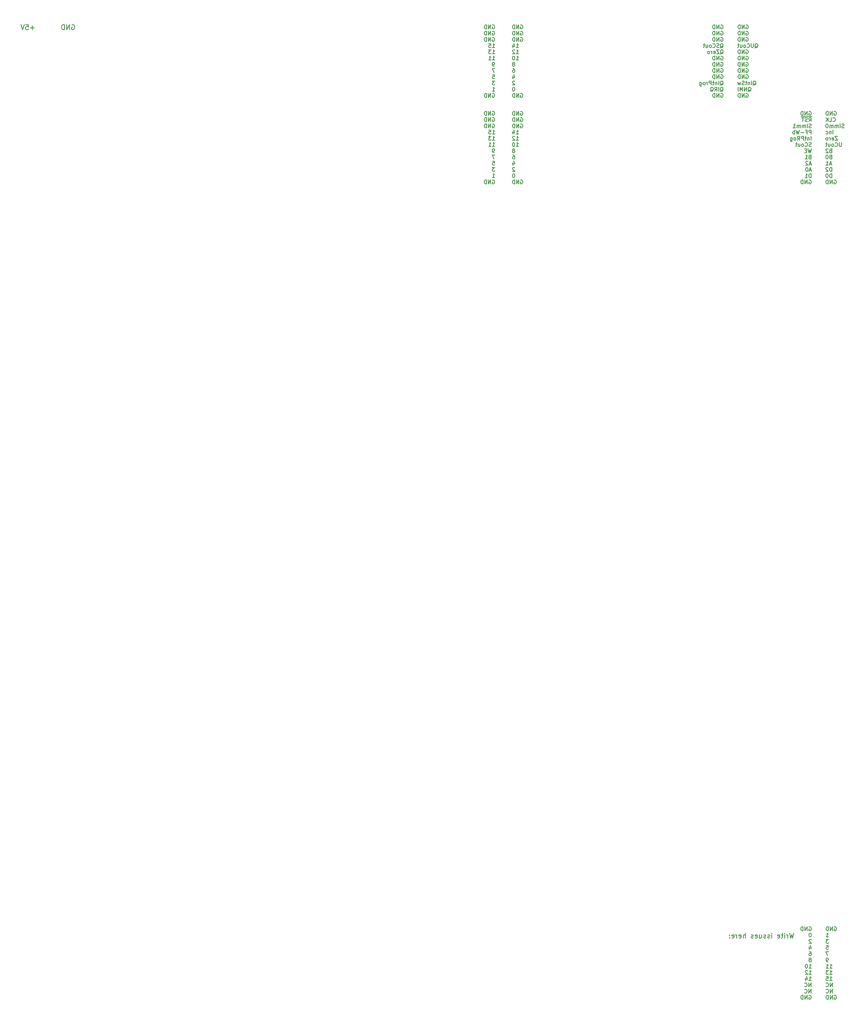
<source format=gbr>
%TF.GenerationSoftware,KiCad,Pcbnew,6.0.7-f9a2dced07~116~ubuntu20.04.1*%
%TF.CreationDate,2022-09-07T21:51:15+02:00*%
%TF.ProjectId,px16_regfile,70783136-5f72-4656-9766-696c652e6b69,1*%
%TF.SameCoordinates,Original*%
%TF.FileFunction,Legend,Bot*%
%TF.FilePolarity,Positive*%
%FSLAX46Y46*%
G04 Gerber Fmt 4.6, Leading zero omitted, Abs format (unit mm)*
G04 Created by KiCad (PCBNEW 6.0.7-f9a2dced07~116~ubuntu20.04.1) date 2022-09-07 21:51:15*
%MOMM*%
%LPD*%
G01*
G04 APERTURE LIST*
%ADD10C,0.300000*%
G04 APERTURE END LIST*
D10*
X380444229Y-441055550D02*
X380595658Y-440979835D01*
X380822801Y-440979835D01*
X381049944Y-441055550D01*
X381201372Y-441206978D01*
X381277086Y-441358407D01*
X381352801Y-441661264D01*
X381352801Y-441888407D01*
X381277086Y-442191264D01*
X381201372Y-442342692D01*
X381049944Y-442494121D01*
X380822801Y-442569835D01*
X380671372Y-442569835D01*
X380444229Y-442494121D01*
X380368515Y-442418407D01*
X380368515Y-441888407D01*
X380671372Y-441888407D01*
X379687086Y-442569835D02*
X379687086Y-440979835D01*
X378778515Y-442569835D01*
X378778515Y-440979835D01*
X378021372Y-442569835D02*
X378021372Y-440979835D01*
X377642801Y-440979835D01*
X377415658Y-441055550D01*
X377264229Y-441206978D01*
X377188515Y-441358407D01*
X377112801Y-441661264D01*
X377112801Y-441888407D01*
X377188515Y-442191264D01*
X377264229Y-442342692D01*
X377415658Y-442494121D01*
X377642801Y-442569835D01*
X378021372Y-442569835D01*
X377112801Y-445129735D02*
X378021372Y-445129735D01*
X377567086Y-445129735D02*
X377567086Y-443539735D01*
X377718515Y-443766878D01*
X377869944Y-443918307D01*
X378021372Y-443994021D01*
X378097086Y-446099635D02*
X377112801Y-446099635D01*
X377642801Y-446705350D01*
X377415658Y-446705350D01*
X377264229Y-446781064D01*
X377188515Y-446856778D01*
X377112801Y-447008207D01*
X377112801Y-447386778D01*
X377188515Y-447538207D01*
X377264229Y-447613921D01*
X377415658Y-447689635D01*
X377869944Y-447689635D01*
X378021372Y-447613921D01*
X378097086Y-447538207D01*
X377188515Y-448659535D02*
X377945658Y-448659535D01*
X378021372Y-449416678D01*
X377945658Y-449340964D01*
X377794229Y-449265250D01*
X377415658Y-449265250D01*
X377264229Y-449340964D01*
X377188515Y-449416678D01*
X377112801Y-449568107D01*
X377112801Y-449946678D01*
X377188515Y-450098107D01*
X377264229Y-450173821D01*
X377415658Y-450249535D01*
X377794229Y-450249535D01*
X377945658Y-450173821D01*
X378021372Y-450098107D01*
X378097086Y-451219435D02*
X377037086Y-451219435D01*
X377718515Y-452809435D01*
X377869944Y-455369335D02*
X377567086Y-455369335D01*
X377415658Y-455293621D01*
X377339944Y-455217907D01*
X377188515Y-454990764D01*
X377112801Y-454687907D01*
X377112801Y-454082192D01*
X377188515Y-453930764D01*
X377264229Y-453855050D01*
X377415658Y-453779335D01*
X377718515Y-453779335D01*
X377869944Y-453855050D01*
X377945658Y-453930764D01*
X378021372Y-454082192D01*
X378021372Y-454460764D01*
X377945658Y-454612192D01*
X377869944Y-454687907D01*
X377718515Y-454763621D01*
X377415658Y-454763621D01*
X377264229Y-454687907D01*
X377188515Y-454612192D01*
X377112801Y-454460764D01*
X378627086Y-457929235D02*
X379535658Y-457929235D01*
X379081372Y-457929235D02*
X379081372Y-456339235D01*
X379232801Y-456566378D01*
X379384229Y-456717807D01*
X379535658Y-456793521D01*
X377112801Y-457929235D02*
X378021372Y-457929235D01*
X377567086Y-457929235D02*
X377567086Y-456339235D01*
X377718515Y-456566378D01*
X377869944Y-456717807D01*
X378021372Y-456793521D01*
X378627086Y-460489135D02*
X379535658Y-460489135D01*
X379081372Y-460489135D02*
X379081372Y-458899135D01*
X379232801Y-459126278D01*
X379384229Y-459277707D01*
X379535658Y-459353421D01*
X378097086Y-458899135D02*
X377112801Y-458899135D01*
X377642801Y-459504850D01*
X377415658Y-459504850D01*
X377264229Y-459580564D01*
X377188515Y-459656278D01*
X377112801Y-459807707D01*
X377112801Y-460186278D01*
X377188515Y-460337707D01*
X377264229Y-460413421D01*
X377415658Y-460489135D01*
X377869944Y-460489135D01*
X378021372Y-460413421D01*
X378097086Y-460337707D01*
X378627086Y-463049035D02*
X379535658Y-463049035D01*
X379081372Y-463049035D02*
X379081372Y-461459035D01*
X379232801Y-461686178D01*
X379384229Y-461837607D01*
X379535658Y-461913321D01*
X377188515Y-461459035D02*
X377945658Y-461459035D01*
X378021372Y-462216178D01*
X377945658Y-462140464D01*
X377794229Y-462064750D01*
X377415658Y-462064750D01*
X377264229Y-462140464D01*
X377188515Y-462216178D01*
X377112801Y-462367607D01*
X377112801Y-462746178D01*
X377188515Y-462897607D01*
X377264229Y-462973321D01*
X377415658Y-463049035D01*
X377794229Y-463049035D01*
X377945658Y-462973321D01*
X378021372Y-462897607D01*
X379687086Y-465608935D02*
X379687086Y-464018935D01*
X378778515Y-465608935D01*
X378778515Y-464018935D01*
X377112801Y-465457507D02*
X377188515Y-465533221D01*
X377415658Y-465608935D01*
X377567086Y-465608935D01*
X377794229Y-465533221D01*
X377945658Y-465381792D01*
X378021372Y-465230364D01*
X378097086Y-464927507D01*
X378097086Y-464700364D01*
X378021372Y-464397507D01*
X377945658Y-464246078D01*
X377794229Y-464094650D01*
X377567086Y-464018935D01*
X377415658Y-464018935D01*
X377188515Y-464094650D01*
X377112801Y-464170364D01*
X379687086Y-468168835D02*
X379687086Y-466578835D01*
X378778515Y-468168835D01*
X378778515Y-466578835D01*
X377112801Y-468017407D02*
X377188515Y-468093121D01*
X377415658Y-468168835D01*
X377567086Y-468168835D01*
X377794229Y-468093121D01*
X377945658Y-467941692D01*
X378021372Y-467790264D01*
X378097086Y-467487407D01*
X378097086Y-467260264D01*
X378021372Y-466957407D01*
X377945658Y-466805978D01*
X377794229Y-466654550D01*
X377567086Y-466578835D01*
X377415658Y-466578835D01*
X377188515Y-466654550D01*
X377112801Y-466730264D01*
X380444229Y-469214450D02*
X380595658Y-469138735D01*
X380822801Y-469138735D01*
X381049944Y-469214450D01*
X381201372Y-469365878D01*
X381277086Y-469517307D01*
X381352801Y-469820164D01*
X381352801Y-470047307D01*
X381277086Y-470350164D01*
X381201372Y-470501592D01*
X381049944Y-470653021D01*
X380822801Y-470728735D01*
X380671372Y-470728735D01*
X380444229Y-470653021D01*
X380368515Y-470577307D01*
X380368515Y-470047307D01*
X380671372Y-470047307D01*
X379687086Y-470728735D02*
X379687086Y-469138735D01*
X378778515Y-470728735D01*
X378778515Y-469138735D01*
X378021372Y-470728735D02*
X378021372Y-469138735D01*
X377642801Y-469138735D01*
X377415658Y-469214450D01*
X377264229Y-469365878D01*
X377188515Y-469517307D01*
X377112801Y-469820164D01*
X377112801Y-470047307D01*
X377188515Y-470350164D01*
X377264229Y-470501592D01*
X377415658Y-470653021D01*
X377642801Y-470728735D01*
X378021372Y-470728735D01*
X251479285Y-105775550D02*
X251630714Y-105699835D01*
X251857857Y-105699835D01*
X252085000Y-105775550D01*
X252236428Y-105926978D01*
X252312142Y-106078407D01*
X252387857Y-106381264D01*
X252387857Y-106608407D01*
X252312142Y-106911264D01*
X252236428Y-107062692D01*
X252085000Y-107214121D01*
X251857857Y-107289835D01*
X251706428Y-107289835D01*
X251479285Y-107214121D01*
X251403571Y-107138407D01*
X251403571Y-106608407D01*
X251706428Y-106608407D01*
X250722142Y-107289835D02*
X250722142Y-105699835D01*
X249813571Y-107289835D01*
X249813571Y-105699835D01*
X249056428Y-107289835D02*
X249056428Y-105699835D01*
X248677857Y-105699835D01*
X248450714Y-105775550D01*
X248299285Y-105926978D01*
X248223571Y-106078407D01*
X248147857Y-106381264D01*
X248147857Y-106608407D01*
X248223571Y-106911264D01*
X248299285Y-107062692D01*
X248450714Y-107214121D01*
X248677857Y-107289835D01*
X249056428Y-107289835D01*
X251479285Y-108335450D02*
X251630714Y-108259735D01*
X251857857Y-108259735D01*
X252085000Y-108335450D01*
X252236428Y-108486878D01*
X252312142Y-108638307D01*
X252387857Y-108941164D01*
X252387857Y-109168307D01*
X252312142Y-109471164D01*
X252236428Y-109622592D01*
X252085000Y-109774021D01*
X251857857Y-109849735D01*
X251706428Y-109849735D01*
X251479285Y-109774021D01*
X251403571Y-109698307D01*
X251403571Y-109168307D01*
X251706428Y-109168307D01*
X250722142Y-109849735D02*
X250722142Y-108259735D01*
X249813571Y-109849735D01*
X249813571Y-108259735D01*
X249056428Y-109849735D02*
X249056428Y-108259735D01*
X248677857Y-108259735D01*
X248450714Y-108335450D01*
X248299285Y-108486878D01*
X248223571Y-108638307D01*
X248147857Y-108941164D01*
X248147857Y-109168307D01*
X248223571Y-109471164D01*
X248299285Y-109622592D01*
X248450714Y-109774021D01*
X248677857Y-109849735D01*
X249056428Y-109849735D01*
X251479285Y-110895350D02*
X251630714Y-110819635D01*
X251857857Y-110819635D01*
X252085000Y-110895350D01*
X252236428Y-111046778D01*
X252312142Y-111198207D01*
X252387857Y-111501064D01*
X252387857Y-111728207D01*
X252312142Y-112031064D01*
X252236428Y-112182492D01*
X252085000Y-112333921D01*
X251857857Y-112409635D01*
X251706428Y-112409635D01*
X251479285Y-112333921D01*
X251403571Y-112258207D01*
X251403571Y-111728207D01*
X251706428Y-111728207D01*
X250722142Y-112409635D02*
X250722142Y-110819635D01*
X249813571Y-112409635D01*
X249813571Y-110819635D01*
X249056428Y-112409635D02*
X249056428Y-110819635D01*
X248677857Y-110819635D01*
X248450714Y-110895350D01*
X248299285Y-111046778D01*
X248223571Y-111198207D01*
X248147857Y-111501064D01*
X248147857Y-111728207D01*
X248223571Y-112031064D01*
X248299285Y-112182492D01*
X248450714Y-112333921D01*
X248677857Y-112409635D01*
X249056428Y-112409635D01*
X249662142Y-114969535D02*
X250570714Y-114969535D01*
X250116428Y-114969535D02*
X250116428Y-113379535D01*
X250267857Y-113606678D01*
X250419285Y-113758107D01*
X250570714Y-113833821D01*
X248299285Y-113909535D02*
X248299285Y-114969535D01*
X248677857Y-113303821D02*
X249056428Y-114439535D01*
X248072142Y-114439535D01*
X249662142Y-117529435D02*
X250570714Y-117529435D01*
X250116428Y-117529435D02*
X250116428Y-115939435D01*
X250267857Y-116166578D01*
X250419285Y-116318007D01*
X250570714Y-116393721D01*
X249056428Y-116090864D02*
X248980714Y-116015150D01*
X248829285Y-115939435D01*
X248450714Y-115939435D01*
X248299285Y-116015150D01*
X248223571Y-116090864D01*
X248147857Y-116242292D01*
X248147857Y-116393721D01*
X248223571Y-116620864D01*
X249132142Y-117529435D01*
X248147857Y-117529435D01*
X249662142Y-120089335D02*
X250570714Y-120089335D01*
X250116428Y-120089335D02*
X250116428Y-118499335D01*
X250267857Y-118726478D01*
X250419285Y-118877907D01*
X250570714Y-118953621D01*
X248677857Y-118499335D02*
X248526428Y-118499335D01*
X248375000Y-118575050D01*
X248299285Y-118650764D01*
X248223571Y-118802192D01*
X248147857Y-119105050D01*
X248147857Y-119483621D01*
X248223571Y-119786478D01*
X248299285Y-119937907D01*
X248375000Y-120013621D01*
X248526428Y-120089335D01*
X248677857Y-120089335D01*
X248829285Y-120013621D01*
X248905000Y-119937907D01*
X248980714Y-119786478D01*
X249056428Y-119483621D01*
X249056428Y-119105050D01*
X248980714Y-118802192D01*
X248905000Y-118650764D01*
X248829285Y-118575050D01*
X248677857Y-118499335D01*
X248753571Y-121740664D02*
X248905000Y-121664950D01*
X248980714Y-121589235D01*
X249056428Y-121437807D01*
X249056428Y-121362092D01*
X248980714Y-121210664D01*
X248905000Y-121134950D01*
X248753571Y-121059235D01*
X248450714Y-121059235D01*
X248299285Y-121134950D01*
X248223571Y-121210664D01*
X248147857Y-121362092D01*
X248147857Y-121437807D01*
X248223571Y-121589235D01*
X248299285Y-121664950D01*
X248450714Y-121740664D01*
X248753571Y-121740664D01*
X248905000Y-121816378D01*
X248980714Y-121892092D01*
X249056428Y-122043521D01*
X249056428Y-122346378D01*
X248980714Y-122497807D01*
X248905000Y-122573521D01*
X248753571Y-122649235D01*
X248450714Y-122649235D01*
X248299285Y-122573521D01*
X248223571Y-122497807D01*
X248147857Y-122346378D01*
X248147857Y-122043521D01*
X248223571Y-121892092D01*
X248299285Y-121816378D01*
X248450714Y-121740664D01*
X248299285Y-123619135D02*
X248602142Y-123619135D01*
X248753571Y-123694850D01*
X248829285Y-123770564D01*
X248980714Y-123997707D01*
X249056428Y-124300564D01*
X249056428Y-124906278D01*
X248980714Y-125057707D01*
X248905000Y-125133421D01*
X248753571Y-125209135D01*
X248450714Y-125209135D01*
X248299285Y-125133421D01*
X248223571Y-125057707D01*
X248147857Y-124906278D01*
X248147857Y-124527707D01*
X248223571Y-124376278D01*
X248299285Y-124300564D01*
X248450714Y-124224850D01*
X248753571Y-124224850D01*
X248905000Y-124300564D01*
X248980714Y-124376278D01*
X249056428Y-124527707D01*
X248299285Y-126709035D02*
X248299285Y-127769035D01*
X248677857Y-126103321D02*
X249056428Y-127239035D01*
X248072142Y-127239035D01*
X249056428Y-128890364D02*
X248980714Y-128814650D01*
X248829285Y-128738935D01*
X248450714Y-128738935D01*
X248299285Y-128814650D01*
X248223571Y-128890364D01*
X248147857Y-129041792D01*
X248147857Y-129193221D01*
X248223571Y-129420364D01*
X249132142Y-130328935D01*
X248147857Y-130328935D01*
X248677857Y-131298835D02*
X248526428Y-131298835D01*
X248375000Y-131374550D01*
X248299285Y-131450264D01*
X248223571Y-131601692D01*
X248147857Y-131904550D01*
X248147857Y-132283121D01*
X248223571Y-132585978D01*
X248299285Y-132737407D01*
X248375000Y-132813121D01*
X248526428Y-132888835D01*
X248677857Y-132888835D01*
X248829285Y-132813121D01*
X248905000Y-132737407D01*
X248980714Y-132585978D01*
X249056428Y-132283121D01*
X249056428Y-131904550D01*
X248980714Y-131601692D01*
X248905000Y-131450264D01*
X248829285Y-131374550D01*
X248677857Y-131298835D01*
X251479285Y-133934450D02*
X251630714Y-133858735D01*
X251857857Y-133858735D01*
X252085000Y-133934450D01*
X252236428Y-134085878D01*
X252312142Y-134237307D01*
X252387857Y-134540164D01*
X252387857Y-134767307D01*
X252312142Y-135070164D01*
X252236428Y-135221592D01*
X252085000Y-135373021D01*
X251857857Y-135448735D01*
X251706428Y-135448735D01*
X251479285Y-135373021D01*
X251403571Y-135297307D01*
X251403571Y-134767307D01*
X251706428Y-134767307D01*
X250722142Y-135448735D02*
X250722142Y-133858735D01*
X249813571Y-135448735D01*
X249813571Y-133858735D01*
X249056428Y-135448735D02*
X249056428Y-133858735D01*
X248677857Y-133858735D01*
X248450714Y-133934450D01*
X248299285Y-134085878D01*
X248223571Y-134237307D01*
X248147857Y-134540164D01*
X248147857Y-134767307D01*
X248223571Y-135070164D01*
X248299285Y-135221592D01*
X248450714Y-135373021D01*
X248677857Y-135448735D01*
X249056428Y-135448735D01*
X239893571Y-105756508D02*
X240045000Y-105680793D01*
X240272142Y-105680793D01*
X240499285Y-105756508D01*
X240650714Y-105907936D01*
X240726428Y-106059365D01*
X240802142Y-106362222D01*
X240802142Y-106589365D01*
X240726428Y-106892222D01*
X240650714Y-107043650D01*
X240499285Y-107195079D01*
X240272142Y-107270793D01*
X240120714Y-107270793D01*
X239893571Y-107195079D01*
X239817857Y-107119365D01*
X239817857Y-106589365D01*
X240120714Y-106589365D01*
X239136428Y-107270793D02*
X239136428Y-105680793D01*
X238227857Y-107270793D01*
X238227857Y-105680793D01*
X237470714Y-107270793D02*
X237470714Y-105680793D01*
X237092142Y-105680793D01*
X236865000Y-105756508D01*
X236713571Y-105907936D01*
X236637857Y-106059365D01*
X236562142Y-106362222D01*
X236562142Y-106589365D01*
X236637857Y-106892222D01*
X236713571Y-107043650D01*
X236865000Y-107195079D01*
X237092142Y-107270793D01*
X237470714Y-107270793D01*
X239893571Y-108316408D02*
X240045000Y-108240693D01*
X240272142Y-108240693D01*
X240499285Y-108316408D01*
X240650714Y-108467836D01*
X240726428Y-108619265D01*
X240802142Y-108922122D01*
X240802142Y-109149265D01*
X240726428Y-109452122D01*
X240650714Y-109603550D01*
X240499285Y-109754979D01*
X240272142Y-109830693D01*
X240120714Y-109830693D01*
X239893571Y-109754979D01*
X239817857Y-109679265D01*
X239817857Y-109149265D01*
X240120714Y-109149265D01*
X239136428Y-109830693D02*
X239136428Y-108240693D01*
X238227857Y-109830693D01*
X238227857Y-108240693D01*
X237470714Y-109830693D02*
X237470714Y-108240693D01*
X237092142Y-108240693D01*
X236865000Y-108316408D01*
X236713571Y-108467836D01*
X236637857Y-108619265D01*
X236562142Y-108922122D01*
X236562142Y-109149265D01*
X236637857Y-109452122D01*
X236713571Y-109603550D01*
X236865000Y-109754979D01*
X237092142Y-109830693D01*
X237470714Y-109830693D01*
X239893571Y-110876308D02*
X240045000Y-110800593D01*
X240272142Y-110800593D01*
X240499285Y-110876308D01*
X240650714Y-111027736D01*
X240726428Y-111179165D01*
X240802142Y-111482022D01*
X240802142Y-111709165D01*
X240726428Y-112012022D01*
X240650714Y-112163450D01*
X240499285Y-112314879D01*
X240272142Y-112390593D01*
X240120714Y-112390593D01*
X239893571Y-112314879D01*
X239817857Y-112239165D01*
X239817857Y-111709165D01*
X240120714Y-111709165D01*
X239136428Y-112390593D02*
X239136428Y-110800593D01*
X238227857Y-112390593D01*
X238227857Y-110800593D01*
X237470714Y-112390593D02*
X237470714Y-110800593D01*
X237092142Y-110800593D01*
X236865000Y-110876308D01*
X236713571Y-111027736D01*
X236637857Y-111179165D01*
X236562142Y-111482022D01*
X236562142Y-111709165D01*
X236637857Y-112012022D01*
X236713571Y-112163450D01*
X236865000Y-112314879D01*
X237092142Y-112390593D01*
X237470714Y-112390593D01*
X239893571Y-114950493D02*
X240802142Y-114950493D01*
X240347857Y-114950493D02*
X240347857Y-113360493D01*
X240499285Y-113587636D01*
X240650714Y-113739065D01*
X240802142Y-113814779D01*
X238455000Y-113360493D02*
X239212142Y-113360493D01*
X239287857Y-114117636D01*
X239212142Y-114041922D01*
X239060714Y-113966208D01*
X238682142Y-113966208D01*
X238530714Y-114041922D01*
X238455000Y-114117636D01*
X238379285Y-114269065D01*
X238379285Y-114647636D01*
X238455000Y-114799065D01*
X238530714Y-114874779D01*
X238682142Y-114950493D01*
X239060714Y-114950493D01*
X239212142Y-114874779D01*
X239287857Y-114799065D01*
X239893571Y-117510393D02*
X240802142Y-117510393D01*
X240347857Y-117510393D02*
X240347857Y-115920393D01*
X240499285Y-116147536D01*
X240650714Y-116298965D01*
X240802142Y-116374679D01*
X239363571Y-115920393D02*
X238379285Y-115920393D01*
X238909285Y-116526108D01*
X238682142Y-116526108D01*
X238530714Y-116601822D01*
X238455000Y-116677536D01*
X238379285Y-116828965D01*
X238379285Y-117207536D01*
X238455000Y-117358965D01*
X238530714Y-117434679D01*
X238682142Y-117510393D01*
X239136428Y-117510393D01*
X239287857Y-117434679D01*
X239363571Y-117358965D01*
X239893571Y-120070293D02*
X240802142Y-120070293D01*
X240347857Y-120070293D02*
X240347857Y-118480293D01*
X240499285Y-118707436D01*
X240650714Y-118858865D01*
X240802142Y-118934579D01*
X238379285Y-120070293D02*
X239287857Y-120070293D01*
X238833571Y-120070293D02*
X238833571Y-118480293D01*
X238985000Y-118707436D01*
X239136428Y-118858865D01*
X239287857Y-118934579D01*
X240650714Y-122630193D02*
X240347857Y-122630193D01*
X240196428Y-122554479D01*
X240120714Y-122478765D01*
X239969285Y-122251622D01*
X239893571Y-121948765D01*
X239893571Y-121343050D01*
X239969285Y-121191622D01*
X240045000Y-121115908D01*
X240196428Y-121040193D01*
X240499285Y-121040193D01*
X240650714Y-121115908D01*
X240726428Y-121191622D01*
X240802142Y-121343050D01*
X240802142Y-121721622D01*
X240726428Y-121873050D01*
X240650714Y-121948765D01*
X240499285Y-122024479D01*
X240196428Y-122024479D01*
X240045000Y-121948765D01*
X239969285Y-121873050D01*
X239893571Y-121721622D01*
X240877857Y-123600093D02*
X239817857Y-123600093D01*
X240499285Y-125190093D01*
X239969285Y-126159993D02*
X240726428Y-126159993D01*
X240802142Y-126917136D01*
X240726428Y-126841422D01*
X240575000Y-126765708D01*
X240196428Y-126765708D01*
X240045000Y-126841422D01*
X239969285Y-126917136D01*
X239893571Y-127068565D01*
X239893571Y-127447136D01*
X239969285Y-127598565D01*
X240045000Y-127674279D01*
X240196428Y-127749993D01*
X240575000Y-127749993D01*
X240726428Y-127674279D01*
X240802142Y-127598565D01*
X240877857Y-128719893D02*
X239893571Y-128719893D01*
X240423571Y-129325608D01*
X240196428Y-129325608D01*
X240045000Y-129401322D01*
X239969285Y-129477036D01*
X239893571Y-129628465D01*
X239893571Y-130007036D01*
X239969285Y-130158465D01*
X240045000Y-130234179D01*
X240196428Y-130309893D01*
X240650714Y-130309893D01*
X240802142Y-130234179D01*
X240877857Y-130158465D01*
X239893571Y-132869793D02*
X240802142Y-132869793D01*
X240347857Y-132869793D02*
X240347857Y-131279793D01*
X240499285Y-131506936D01*
X240650714Y-131658365D01*
X240802142Y-131734079D01*
X239893571Y-133915408D02*
X240045000Y-133839693D01*
X240272142Y-133839693D01*
X240499285Y-133915408D01*
X240650714Y-134066836D01*
X240726428Y-134218265D01*
X240802142Y-134521122D01*
X240802142Y-134748265D01*
X240726428Y-135051122D01*
X240650714Y-135202550D01*
X240499285Y-135353979D01*
X240272142Y-135429693D01*
X240120714Y-135429693D01*
X239893571Y-135353979D01*
X239817857Y-135278265D01*
X239817857Y-134748265D01*
X240120714Y-134748265D01*
X239136428Y-135429693D02*
X239136428Y-133839693D01*
X238227857Y-135429693D01*
X238227857Y-133839693D01*
X237470714Y-135429693D02*
X237470714Y-133839693D01*
X237092142Y-133839693D01*
X236865000Y-133915408D01*
X236713571Y-134066836D01*
X236637857Y-134218265D01*
X236562142Y-134521122D01*
X236562142Y-134748265D01*
X236637857Y-135051122D01*
X236713571Y-135202550D01*
X236865000Y-135353979D01*
X237092142Y-135429693D01*
X237470714Y-135429693D01*
X51466428Y-71262857D02*
X49942619Y-71262857D01*
X50704523Y-72024761D02*
X50704523Y-70500952D01*
X48037857Y-70024761D02*
X48990238Y-70024761D01*
X49085476Y-70977142D01*
X48990238Y-70881904D01*
X48799761Y-70786666D01*
X48323571Y-70786666D01*
X48133095Y-70881904D01*
X48037857Y-70977142D01*
X47942619Y-71167619D01*
X47942619Y-71643809D01*
X48037857Y-71834285D01*
X48133095Y-71929523D01*
X48323571Y-72024761D01*
X48799761Y-72024761D01*
X48990238Y-71929523D01*
X49085476Y-71834285D01*
X47371190Y-70024761D02*
X46704523Y-72024761D01*
X46037857Y-70024761D01*
X239893571Y-70215550D02*
X240045000Y-70139835D01*
X240272142Y-70139835D01*
X240499285Y-70215550D01*
X240650714Y-70366978D01*
X240726428Y-70518407D01*
X240802142Y-70821264D01*
X240802142Y-71048407D01*
X240726428Y-71351264D01*
X240650714Y-71502692D01*
X240499285Y-71654121D01*
X240272142Y-71729835D01*
X240120714Y-71729835D01*
X239893571Y-71654121D01*
X239817857Y-71578407D01*
X239817857Y-71048407D01*
X240120714Y-71048407D01*
X239136428Y-71729835D02*
X239136428Y-70139835D01*
X238227857Y-71729835D01*
X238227857Y-70139835D01*
X237470714Y-71729835D02*
X237470714Y-70139835D01*
X237092142Y-70139835D01*
X236865000Y-70215550D01*
X236713571Y-70366978D01*
X236637857Y-70518407D01*
X236562142Y-70821264D01*
X236562142Y-71048407D01*
X236637857Y-71351264D01*
X236713571Y-71502692D01*
X236865000Y-71654121D01*
X237092142Y-71729835D01*
X237470714Y-71729835D01*
X239893571Y-72775450D02*
X240045000Y-72699735D01*
X240272142Y-72699735D01*
X240499285Y-72775450D01*
X240650714Y-72926878D01*
X240726428Y-73078307D01*
X240802142Y-73381164D01*
X240802142Y-73608307D01*
X240726428Y-73911164D01*
X240650714Y-74062592D01*
X240499285Y-74214021D01*
X240272142Y-74289735D01*
X240120714Y-74289735D01*
X239893571Y-74214021D01*
X239817857Y-74138307D01*
X239817857Y-73608307D01*
X240120714Y-73608307D01*
X239136428Y-74289735D02*
X239136428Y-72699735D01*
X238227857Y-74289735D01*
X238227857Y-72699735D01*
X237470714Y-74289735D02*
X237470714Y-72699735D01*
X237092142Y-72699735D01*
X236865000Y-72775450D01*
X236713571Y-72926878D01*
X236637857Y-73078307D01*
X236562142Y-73381164D01*
X236562142Y-73608307D01*
X236637857Y-73911164D01*
X236713571Y-74062592D01*
X236865000Y-74214021D01*
X237092142Y-74289735D01*
X237470714Y-74289735D01*
X239893571Y-75335350D02*
X240045000Y-75259635D01*
X240272142Y-75259635D01*
X240499285Y-75335350D01*
X240650714Y-75486778D01*
X240726428Y-75638207D01*
X240802142Y-75941064D01*
X240802142Y-76168207D01*
X240726428Y-76471064D01*
X240650714Y-76622492D01*
X240499285Y-76773921D01*
X240272142Y-76849635D01*
X240120714Y-76849635D01*
X239893571Y-76773921D01*
X239817857Y-76698207D01*
X239817857Y-76168207D01*
X240120714Y-76168207D01*
X239136428Y-76849635D02*
X239136428Y-75259635D01*
X238227857Y-76849635D01*
X238227857Y-75259635D01*
X237470714Y-76849635D02*
X237470714Y-75259635D01*
X237092142Y-75259635D01*
X236865000Y-75335350D01*
X236713571Y-75486778D01*
X236637857Y-75638207D01*
X236562142Y-75941064D01*
X236562142Y-76168207D01*
X236637857Y-76471064D01*
X236713571Y-76622492D01*
X236865000Y-76773921D01*
X237092142Y-76849635D01*
X237470714Y-76849635D01*
X239893571Y-79409535D02*
X240802142Y-79409535D01*
X240347857Y-79409535D02*
X240347857Y-77819535D01*
X240499285Y-78046678D01*
X240650714Y-78198107D01*
X240802142Y-78273821D01*
X238455000Y-77819535D02*
X239212142Y-77819535D01*
X239287857Y-78576678D01*
X239212142Y-78500964D01*
X239060714Y-78425250D01*
X238682142Y-78425250D01*
X238530714Y-78500964D01*
X238455000Y-78576678D01*
X238379285Y-78728107D01*
X238379285Y-79106678D01*
X238455000Y-79258107D01*
X238530714Y-79333821D01*
X238682142Y-79409535D01*
X239060714Y-79409535D01*
X239212142Y-79333821D01*
X239287857Y-79258107D01*
X239893571Y-81969435D02*
X240802142Y-81969435D01*
X240347857Y-81969435D02*
X240347857Y-80379435D01*
X240499285Y-80606578D01*
X240650714Y-80758007D01*
X240802142Y-80833721D01*
X239363571Y-80379435D02*
X238379285Y-80379435D01*
X238909285Y-80985150D01*
X238682142Y-80985150D01*
X238530714Y-81060864D01*
X238455000Y-81136578D01*
X238379285Y-81288007D01*
X238379285Y-81666578D01*
X238455000Y-81818007D01*
X238530714Y-81893721D01*
X238682142Y-81969435D01*
X239136428Y-81969435D01*
X239287857Y-81893721D01*
X239363571Y-81818007D01*
X239893571Y-84529335D02*
X240802142Y-84529335D01*
X240347857Y-84529335D02*
X240347857Y-82939335D01*
X240499285Y-83166478D01*
X240650714Y-83317907D01*
X240802142Y-83393621D01*
X238379285Y-84529335D02*
X239287857Y-84529335D01*
X238833571Y-84529335D02*
X238833571Y-82939335D01*
X238985000Y-83166478D01*
X239136428Y-83317907D01*
X239287857Y-83393621D01*
X240650714Y-87089235D02*
X240347857Y-87089235D01*
X240196428Y-87013521D01*
X240120714Y-86937807D01*
X239969285Y-86710664D01*
X239893571Y-86407807D01*
X239893571Y-85802092D01*
X239969285Y-85650664D01*
X240045000Y-85574950D01*
X240196428Y-85499235D01*
X240499285Y-85499235D01*
X240650714Y-85574950D01*
X240726428Y-85650664D01*
X240802142Y-85802092D01*
X240802142Y-86180664D01*
X240726428Y-86332092D01*
X240650714Y-86407807D01*
X240499285Y-86483521D01*
X240196428Y-86483521D01*
X240045000Y-86407807D01*
X239969285Y-86332092D01*
X239893571Y-86180664D01*
X240877857Y-88059135D02*
X239817857Y-88059135D01*
X240499285Y-89649135D01*
X239969285Y-90619035D02*
X240726428Y-90619035D01*
X240802142Y-91376178D01*
X240726428Y-91300464D01*
X240575000Y-91224750D01*
X240196428Y-91224750D01*
X240045000Y-91300464D01*
X239969285Y-91376178D01*
X239893571Y-91527607D01*
X239893571Y-91906178D01*
X239969285Y-92057607D01*
X240045000Y-92133321D01*
X240196428Y-92209035D01*
X240575000Y-92209035D01*
X240726428Y-92133321D01*
X240802142Y-92057607D01*
X240877857Y-93178935D02*
X239893571Y-93178935D01*
X240423571Y-93784650D01*
X240196428Y-93784650D01*
X240045000Y-93860364D01*
X239969285Y-93936078D01*
X239893571Y-94087507D01*
X239893571Y-94466078D01*
X239969285Y-94617507D01*
X240045000Y-94693221D01*
X240196428Y-94768935D01*
X240650714Y-94768935D01*
X240802142Y-94693221D01*
X240877857Y-94617507D01*
X239893571Y-97328835D02*
X240802142Y-97328835D01*
X240347857Y-97328835D02*
X240347857Y-95738835D01*
X240499285Y-95965978D01*
X240650714Y-96117407D01*
X240802142Y-96193121D01*
X239893571Y-98374450D02*
X240045000Y-98298735D01*
X240272142Y-98298735D01*
X240499285Y-98374450D01*
X240650714Y-98525878D01*
X240726428Y-98677307D01*
X240802142Y-98980164D01*
X240802142Y-99207307D01*
X240726428Y-99510164D01*
X240650714Y-99661592D01*
X240499285Y-99813021D01*
X240272142Y-99888735D01*
X240120714Y-99888735D01*
X239893571Y-99813021D01*
X239817857Y-99737307D01*
X239817857Y-99207307D01*
X240120714Y-99207307D01*
X239136428Y-99888735D02*
X239136428Y-98298735D01*
X238227857Y-99888735D01*
X238227857Y-98298735D01*
X237470714Y-99888735D02*
X237470714Y-98298735D01*
X237092142Y-98298735D01*
X236865000Y-98374450D01*
X236713571Y-98525878D01*
X236637857Y-98677307D01*
X236562142Y-98980164D01*
X236562142Y-99207307D01*
X236637857Y-99510164D01*
X236713571Y-99661592D01*
X236865000Y-99813021D01*
X237092142Y-99888735D01*
X237470714Y-99888735D01*
X363805714Y-443563511D02*
X363329523Y-445563511D01*
X362948571Y-444134940D01*
X362567619Y-445563511D01*
X362091428Y-443563511D01*
X361329523Y-445563511D02*
X361329523Y-444230178D01*
X361329523Y-444611130D02*
X361234285Y-444420654D01*
X361139047Y-444325416D01*
X360948571Y-444230178D01*
X360758095Y-444230178D01*
X360091428Y-445563511D02*
X360091428Y-444230178D01*
X360091428Y-443563511D02*
X360186666Y-443658750D01*
X360091428Y-443753988D01*
X359996190Y-443658750D01*
X360091428Y-443563511D01*
X360091428Y-443753988D01*
X359424761Y-444230178D02*
X358662857Y-444230178D01*
X359139047Y-443563511D02*
X359139047Y-445277797D01*
X359043809Y-445468273D01*
X358853333Y-445563511D01*
X358662857Y-445563511D01*
X357234285Y-445468273D02*
X357424761Y-445563511D01*
X357805714Y-445563511D01*
X357996190Y-445468273D01*
X358091428Y-445277797D01*
X358091428Y-444515892D01*
X357996190Y-444325416D01*
X357805714Y-444230178D01*
X357424761Y-444230178D01*
X357234285Y-444325416D01*
X357139047Y-444515892D01*
X357139047Y-444706369D01*
X358091428Y-444896845D01*
X354758095Y-445563511D02*
X354758095Y-444230178D01*
X354758095Y-443563511D02*
X354853333Y-443658750D01*
X354758095Y-443753988D01*
X354662857Y-443658750D01*
X354758095Y-443563511D01*
X354758095Y-443753988D01*
X353900952Y-445468273D02*
X353710476Y-445563511D01*
X353329523Y-445563511D01*
X353139047Y-445468273D01*
X353043809Y-445277797D01*
X353043809Y-445182559D01*
X353139047Y-444992083D01*
X353329523Y-444896845D01*
X353615238Y-444896845D01*
X353805714Y-444801607D01*
X353900952Y-444611130D01*
X353900952Y-444515892D01*
X353805714Y-444325416D01*
X353615238Y-444230178D01*
X353329523Y-444230178D01*
X353139047Y-444325416D01*
X352281904Y-445468273D02*
X352091428Y-445563511D01*
X351710476Y-445563511D01*
X351520000Y-445468273D01*
X351424761Y-445277797D01*
X351424761Y-445182559D01*
X351520000Y-444992083D01*
X351710476Y-444896845D01*
X351996190Y-444896845D01*
X352186666Y-444801607D01*
X352281904Y-444611130D01*
X352281904Y-444515892D01*
X352186666Y-444325416D01*
X351996190Y-444230178D01*
X351710476Y-444230178D01*
X351520000Y-444325416D01*
X349710476Y-444230178D02*
X349710476Y-445563511D01*
X350567619Y-444230178D02*
X350567619Y-445277797D01*
X350472380Y-445468273D01*
X350281904Y-445563511D01*
X349996190Y-445563511D01*
X349805714Y-445468273D01*
X349710476Y-445373035D01*
X347996190Y-445468273D02*
X348186666Y-445563511D01*
X348567619Y-445563511D01*
X348758095Y-445468273D01*
X348853333Y-445277797D01*
X348853333Y-444515892D01*
X348758095Y-444325416D01*
X348567619Y-444230178D01*
X348186666Y-444230178D01*
X347996190Y-444325416D01*
X347900952Y-444515892D01*
X347900952Y-444706369D01*
X348853333Y-444896845D01*
X347139047Y-445468273D02*
X346948571Y-445563511D01*
X346567619Y-445563511D01*
X346377142Y-445468273D01*
X346281904Y-445277797D01*
X346281904Y-445182559D01*
X346377142Y-444992083D01*
X346567619Y-444896845D01*
X346853333Y-444896845D01*
X347043809Y-444801607D01*
X347139047Y-444611130D01*
X347139047Y-444515892D01*
X347043809Y-444325416D01*
X346853333Y-444230178D01*
X346567619Y-444230178D01*
X346377142Y-444325416D01*
X343900952Y-445563511D02*
X343900952Y-443563511D01*
X343043809Y-445563511D02*
X343043809Y-444515892D01*
X343139047Y-444325416D01*
X343329523Y-444230178D01*
X343615238Y-444230178D01*
X343805714Y-444325416D01*
X343900952Y-444420654D01*
X341329523Y-445468273D02*
X341520000Y-445563511D01*
X341900952Y-445563511D01*
X342091428Y-445468273D01*
X342186666Y-445277797D01*
X342186666Y-444515892D01*
X342091428Y-444325416D01*
X341900952Y-444230178D01*
X341520000Y-444230178D01*
X341329523Y-444325416D01*
X341234285Y-444515892D01*
X341234285Y-444706369D01*
X342186666Y-444896845D01*
X340377142Y-445563511D02*
X340377142Y-444230178D01*
X340377142Y-444611130D02*
X340281904Y-444420654D01*
X340186666Y-444325416D01*
X339996190Y-444230178D01*
X339805714Y-444230178D01*
X338377142Y-445468273D02*
X338567619Y-445563511D01*
X338948571Y-445563511D01*
X339139047Y-445468273D01*
X339234285Y-445277797D01*
X339234285Y-444515892D01*
X339139047Y-444325416D01*
X338948571Y-444230178D01*
X338567619Y-444230178D01*
X338377142Y-444325416D01*
X338281904Y-444515892D01*
X338281904Y-444706369D01*
X339234285Y-444896845D01*
X337424761Y-445373035D02*
X337329523Y-445468273D01*
X337424761Y-445563511D01*
X337520000Y-445468273D01*
X337424761Y-445373035D01*
X337424761Y-445563511D01*
X337424761Y-444325416D02*
X337329523Y-444420654D01*
X337424761Y-444515892D01*
X337520000Y-444420654D01*
X337424761Y-444325416D01*
X337424761Y-444515892D01*
X380384285Y-105775550D02*
X380535714Y-105699835D01*
X380762857Y-105699835D01*
X380990000Y-105775550D01*
X381141428Y-105926978D01*
X381217142Y-106078407D01*
X381292857Y-106381264D01*
X381292857Y-106608407D01*
X381217142Y-106911264D01*
X381141428Y-107062692D01*
X380990000Y-107214121D01*
X380762857Y-107289835D01*
X380611428Y-107289835D01*
X380384285Y-107214121D01*
X380308571Y-107138407D01*
X380308571Y-106608407D01*
X380611428Y-106608407D01*
X379627142Y-107289835D02*
X379627142Y-105699835D01*
X378718571Y-107289835D01*
X378718571Y-105699835D01*
X377961428Y-107289835D02*
X377961428Y-105699835D01*
X377582857Y-105699835D01*
X377355714Y-105775550D01*
X377204285Y-105926978D01*
X377128571Y-106078407D01*
X377052857Y-106381264D01*
X377052857Y-106608407D01*
X377128571Y-106911264D01*
X377204285Y-107062692D01*
X377355714Y-107214121D01*
X377582857Y-107289835D01*
X377961428Y-107289835D01*
X379930000Y-109698307D02*
X380005714Y-109774021D01*
X380232857Y-109849735D01*
X380384285Y-109849735D01*
X380611428Y-109774021D01*
X380762857Y-109622592D01*
X380838571Y-109471164D01*
X380914285Y-109168307D01*
X380914285Y-108941164D01*
X380838571Y-108638307D01*
X380762857Y-108486878D01*
X380611428Y-108335450D01*
X380384285Y-108259735D01*
X380232857Y-108259735D01*
X380005714Y-108335450D01*
X379930000Y-108411164D01*
X378491428Y-109849735D02*
X379248571Y-109849735D01*
X379248571Y-108259735D01*
X377961428Y-109849735D02*
X377961428Y-108259735D01*
X377052857Y-109849735D02*
X377734285Y-108941164D01*
X377052857Y-108259735D02*
X377961428Y-109168307D01*
X384472857Y-112333921D02*
X384245714Y-112409635D01*
X383867142Y-112409635D01*
X383715714Y-112333921D01*
X383640000Y-112258207D01*
X383564285Y-112106778D01*
X383564285Y-111955350D01*
X383640000Y-111803921D01*
X383715714Y-111728207D01*
X383867142Y-111652492D01*
X384170000Y-111576778D01*
X384321428Y-111501064D01*
X384397142Y-111425350D01*
X384472857Y-111273921D01*
X384472857Y-111122492D01*
X384397142Y-110971064D01*
X384321428Y-110895350D01*
X384170000Y-110819635D01*
X383791428Y-110819635D01*
X383564285Y-110895350D01*
X382882857Y-112409635D02*
X382882857Y-110819635D01*
X382125714Y-112409635D02*
X382125714Y-111349635D01*
X382125714Y-111501064D02*
X382050000Y-111425350D01*
X381898571Y-111349635D01*
X381671428Y-111349635D01*
X381520000Y-111425350D01*
X381444285Y-111576778D01*
X381444285Y-112409635D01*
X381444285Y-111576778D02*
X381368571Y-111425350D01*
X381217142Y-111349635D01*
X380990000Y-111349635D01*
X380838571Y-111425350D01*
X380762857Y-111576778D01*
X380762857Y-112409635D01*
X380005714Y-112409635D02*
X380005714Y-111349635D01*
X380005714Y-111501064D02*
X379930000Y-111425350D01*
X379778571Y-111349635D01*
X379551428Y-111349635D01*
X379400000Y-111425350D01*
X379324285Y-111576778D01*
X379324285Y-112409635D01*
X379324285Y-111576778D02*
X379248571Y-111425350D01*
X379097142Y-111349635D01*
X378870000Y-111349635D01*
X378718571Y-111425350D01*
X378642857Y-111576778D01*
X378642857Y-112409635D01*
X377582857Y-110819635D02*
X377431428Y-110819635D01*
X377280000Y-110895350D01*
X377204285Y-110971064D01*
X377128571Y-111122492D01*
X377052857Y-111425350D01*
X377052857Y-111803921D01*
X377128571Y-112106778D01*
X377204285Y-112258207D01*
X377280000Y-112333921D01*
X377431428Y-112409635D01*
X377582857Y-112409635D01*
X377734285Y-112333921D01*
X377810000Y-112258207D01*
X377885714Y-112106778D01*
X377961428Y-111803921D01*
X377961428Y-111425350D01*
X377885714Y-111122492D01*
X377810000Y-110971064D01*
X377734285Y-110895350D01*
X377582857Y-110819635D01*
X379930000Y-114969535D02*
X379930000Y-113379535D01*
X379172857Y-113909535D02*
X379172857Y-114969535D01*
X379172857Y-114060964D02*
X379097142Y-113985250D01*
X378945714Y-113909535D01*
X378718571Y-113909535D01*
X378567142Y-113985250D01*
X378491428Y-114136678D01*
X378491428Y-114969535D01*
X377052857Y-114893821D02*
X377204285Y-114969535D01*
X377507142Y-114969535D01*
X377658571Y-114893821D01*
X377734285Y-114818107D01*
X377810000Y-114666678D01*
X377810000Y-114212392D01*
X377734285Y-114060964D01*
X377658571Y-113985250D01*
X377507142Y-113909535D01*
X377204285Y-113909535D01*
X377052857Y-113985250D01*
X381822857Y-115939435D02*
X380762857Y-115939435D01*
X381822857Y-117529435D01*
X380762857Y-117529435D01*
X379551428Y-117453721D02*
X379702857Y-117529435D01*
X380005714Y-117529435D01*
X380157142Y-117453721D01*
X380232857Y-117302292D01*
X380232857Y-116696578D01*
X380157142Y-116545150D01*
X380005714Y-116469435D01*
X379702857Y-116469435D01*
X379551428Y-116545150D01*
X379475714Y-116696578D01*
X379475714Y-116848007D01*
X380232857Y-116999435D01*
X378794285Y-117529435D02*
X378794285Y-116469435D01*
X378794285Y-116772292D02*
X378718571Y-116620864D01*
X378642857Y-116545150D01*
X378491428Y-116469435D01*
X378340000Y-116469435D01*
X377582857Y-117529435D02*
X377734285Y-117453721D01*
X377810000Y-117378007D01*
X377885714Y-117226578D01*
X377885714Y-116772292D01*
X377810000Y-116620864D01*
X377734285Y-116545150D01*
X377582857Y-116469435D01*
X377355714Y-116469435D01*
X377204285Y-116545150D01*
X377128571Y-116620864D01*
X377052857Y-116772292D01*
X377052857Y-117226578D01*
X377128571Y-117378007D01*
X377204285Y-117453721D01*
X377355714Y-117529435D01*
X377582857Y-117529435D01*
X383412857Y-118499335D02*
X383412857Y-119786478D01*
X383337142Y-119937907D01*
X383261428Y-120013621D01*
X383110000Y-120089335D01*
X382807142Y-120089335D01*
X382655714Y-120013621D01*
X382580000Y-119937907D01*
X382504285Y-119786478D01*
X382504285Y-118499335D01*
X380838571Y-119937907D02*
X380914285Y-120013621D01*
X381141428Y-120089335D01*
X381292857Y-120089335D01*
X381520000Y-120013621D01*
X381671428Y-119862192D01*
X381747142Y-119710764D01*
X381822857Y-119407907D01*
X381822857Y-119180764D01*
X381747142Y-118877907D01*
X381671428Y-118726478D01*
X381520000Y-118575050D01*
X381292857Y-118499335D01*
X381141428Y-118499335D01*
X380914285Y-118575050D01*
X380838571Y-118650764D01*
X379930000Y-120089335D02*
X380081428Y-120013621D01*
X380157142Y-119937907D01*
X380232857Y-119786478D01*
X380232857Y-119332192D01*
X380157142Y-119180764D01*
X380081428Y-119105050D01*
X379930000Y-119029335D01*
X379702857Y-119029335D01*
X379551428Y-119105050D01*
X379475714Y-119180764D01*
X379400000Y-119332192D01*
X379400000Y-119786478D01*
X379475714Y-119937907D01*
X379551428Y-120013621D01*
X379702857Y-120089335D01*
X379930000Y-120089335D01*
X378037142Y-119029335D02*
X378037142Y-120089335D01*
X378718571Y-119029335D02*
X378718571Y-119862192D01*
X378642857Y-120013621D01*
X378491428Y-120089335D01*
X378264285Y-120089335D01*
X378112857Y-120013621D01*
X378037142Y-119937907D01*
X377507142Y-119029335D02*
X376901428Y-119029335D01*
X377280000Y-118499335D02*
X377280000Y-119862192D01*
X377204285Y-120013621D01*
X377052857Y-120089335D01*
X376901428Y-120089335D01*
X378945714Y-121816378D02*
X378718571Y-121892092D01*
X378642857Y-121967807D01*
X378567142Y-122119235D01*
X378567142Y-122346378D01*
X378642857Y-122497807D01*
X378718571Y-122573521D01*
X378870000Y-122649235D01*
X379475714Y-122649235D01*
X379475714Y-121059235D01*
X378945714Y-121059235D01*
X378794285Y-121134950D01*
X378718571Y-121210664D01*
X378642857Y-121362092D01*
X378642857Y-121513521D01*
X378718571Y-121664950D01*
X378794285Y-121740664D01*
X378945714Y-121816378D01*
X379475714Y-121816378D01*
X377961428Y-121210664D02*
X377885714Y-121134950D01*
X377734285Y-121059235D01*
X377355714Y-121059235D01*
X377204285Y-121134950D01*
X377128571Y-121210664D01*
X377052857Y-121362092D01*
X377052857Y-121513521D01*
X377128571Y-121740664D01*
X378037142Y-122649235D01*
X377052857Y-122649235D01*
X378945714Y-124376278D02*
X378718571Y-124451992D01*
X378642857Y-124527707D01*
X378567142Y-124679135D01*
X378567142Y-124906278D01*
X378642857Y-125057707D01*
X378718571Y-125133421D01*
X378870000Y-125209135D01*
X379475714Y-125209135D01*
X379475714Y-123619135D01*
X378945714Y-123619135D01*
X378794285Y-123694850D01*
X378718571Y-123770564D01*
X378642857Y-123921992D01*
X378642857Y-124073421D01*
X378718571Y-124224850D01*
X378794285Y-124300564D01*
X378945714Y-124376278D01*
X379475714Y-124376278D01*
X377582857Y-123619135D02*
X377431428Y-123619135D01*
X377280000Y-123694850D01*
X377204285Y-123770564D01*
X377128571Y-123921992D01*
X377052857Y-124224850D01*
X377052857Y-124603421D01*
X377128571Y-124906278D01*
X377204285Y-125057707D01*
X377280000Y-125133421D01*
X377431428Y-125209135D01*
X377582857Y-125209135D01*
X377734285Y-125133421D01*
X377810000Y-125057707D01*
X377885714Y-124906278D01*
X377961428Y-124603421D01*
X377961428Y-124224850D01*
X377885714Y-123921992D01*
X377810000Y-123770564D01*
X377734285Y-123694850D01*
X377582857Y-123619135D01*
X379324285Y-127314750D02*
X378567142Y-127314750D01*
X379475714Y-127769035D02*
X378945714Y-126179035D01*
X378415714Y-127769035D01*
X377052857Y-127769035D02*
X377961428Y-127769035D01*
X377507142Y-127769035D02*
X377507142Y-126179035D01*
X377658571Y-126406178D01*
X377810000Y-126557607D01*
X377961428Y-126633321D01*
X379475714Y-130328935D02*
X379475714Y-128738935D01*
X379097142Y-128738935D01*
X378870000Y-128814650D01*
X378718571Y-128966078D01*
X378642857Y-129117507D01*
X378567142Y-129420364D01*
X378567142Y-129647507D01*
X378642857Y-129950364D01*
X378718571Y-130101792D01*
X378870000Y-130253221D01*
X379097142Y-130328935D01*
X379475714Y-130328935D01*
X377961428Y-128890364D02*
X377885714Y-128814650D01*
X377734285Y-128738935D01*
X377355714Y-128738935D01*
X377204285Y-128814650D01*
X377128571Y-128890364D01*
X377052857Y-129041792D01*
X377052857Y-129193221D01*
X377128571Y-129420364D01*
X378037142Y-130328935D01*
X377052857Y-130328935D01*
X379475714Y-132888835D02*
X379475714Y-131298835D01*
X379097142Y-131298835D01*
X378870000Y-131374550D01*
X378718571Y-131525978D01*
X378642857Y-131677407D01*
X378567142Y-131980264D01*
X378567142Y-132207407D01*
X378642857Y-132510264D01*
X378718571Y-132661692D01*
X378870000Y-132813121D01*
X379097142Y-132888835D01*
X379475714Y-132888835D01*
X377582857Y-131298835D02*
X377431428Y-131298835D01*
X377280000Y-131374550D01*
X377204285Y-131450264D01*
X377128571Y-131601692D01*
X377052857Y-131904550D01*
X377052857Y-132283121D01*
X377128571Y-132585978D01*
X377204285Y-132737407D01*
X377280000Y-132813121D01*
X377431428Y-132888835D01*
X377582857Y-132888835D01*
X377734285Y-132813121D01*
X377810000Y-132737407D01*
X377885714Y-132585978D01*
X377961428Y-132283121D01*
X377961428Y-131904550D01*
X377885714Y-131601692D01*
X377810000Y-131450264D01*
X377734285Y-131374550D01*
X377582857Y-131298835D01*
X380384285Y-133934450D02*
X380535714Y-133858735D01*
X380762857Y-133858735D01*
X380990000Y-133934450D01*
X381141428Y-134085878D01*
X381217142Y-134237307D01*
X381292857Y-134540164D01*
X381292857Y-134767307D01*
X381217142Y-135070164D01*
X381141428Y-135221592D01*
X380990000Y-135373021D01*
X380762857Y-135448735D01*
X380611428Y-135448735D01*
X380384285Y-135373021D01*
X380308571Y-135297307D01*
X380308571Y-134767307D01*
X380611428Y-134767307D01*
X379627142Y-135448735D02*
X379627142Y-133858735D01*
X378718571Y-135448735D01*
X378718571Y-133858735D01*
X377961428Y-135448735D02*
X377961428Y-133858735D01*
X377582857Y-133858735D01*
X377355714Y-133934450D01*
X377204285Y-134085878D01*
X377128571Y-134237307D01*
X377052857Y-134540164D01*
X377052857Y-134767307D01*
X377128571Y-135070164D01*
X377204285Y-135221592D01*
X377355714Y-135373021D01*
X377582857Y-135448735D01*
X377961428Y-135448735D01*
X370068571Y-441055550D02*
X370220000Y-440979835D01*
X370447142Y-440979835D01*
X370674285Y-441055550D01*
X370825714Y-441206978D01*
X370901428Y-441358407D01*
X370977142Y-441661264D01*
X370977142Y-441888407D01*
X370901428Y-442191264D01*
X370825714Y-442342692D01*
X370674285Y-442494121D01*
X370447142Y-442569835D01*
X370295714Y-442569835D01*
X370068571Y-442494121D01*
X369992857Y-442418407D01*
X369992857Y-441888407D01*
X370295714Y-441888407D01*
X369311428Y-442569835D02*
X369311428Y-440979835D01*
X368402857Y-442569835D01*
X368402857Y-440979835D01*
X367645714Y-442569835D02*
X367645714Y-440979835D01*
X367267142Y-440979835D01*
X367040000Y-441055550D01*
X366888571Y-441206978D01*
X366812857Y-441358407D01*
X366737142Y-441661264D01*
X366737142Y-441888407D01*
X366812857Y-442191264D01*
X366888571Y-442342692D01*
X367040000Y-442494121D01*
X367267142Y-442569835D01*
X367645714Y-442569835D01*
X370598571Y-443539735D02*
X370447142Y-443539735D01*
X370295714Y-443615450D01*
X370220000Y-443691164D01*
X370144285Y-443842592D01*
X370068571Y-444145450D01*
X370068571Y-444524021D01*
X370144285Y-444826878D01*
X370220000Y-444978307D01*
X370295714Y-445054021D01*
X370447142Y-445129735D01*
X370598571Y-445129735D01*
X370750000Y-445054021D01*
X370825714Y-444978307D01*
X370901428Y-444826878D01*
X370977142Y-444524021D01*
X370977142Y-444145450D01*
X370901428Y-443842592D01*
X370825714Y-443691164D01*
X370750000Y-443615450D01*
X370598571Y-443539735D01*
X370977142Y-446251064D02*
X370901428Y-446175350D01*
X370750000Y-446099635D01*
X370371428Y-446099635D01*
X370220000Y-446175350D01*
X370144285Y-446251064D01*
X370068571Y-446402492D01*
X370068571Y-446553921D01*
X370144285Y-446781064D01*
X371052857Y-447689635D01*
X370068571Y-447689635D01*
X370220000Y-449189535D02*
X370220000Y-450249535D01*
X370598571Y-448583821D02*
X370977142Y-449719535D01*
X369992857Y-449719535D01*
X370220000Y-451219435D02*
X370522857Y-451219435D01*
X370674285Y-451295150D01*
X370750000Y-451370864D01*
X370901428Y-451598007D01*
X370977142Y-451900864D01*
X370977142Y-452506578D01*
X370901428Y-452658007D01*
X370825714Y-452733721D01*
X370674285Y-452809435D01*
X370371428Y-452809435D01*
X370220000Y-452733721D01*
X370144285Y-452658007D01*
X370068571Y-452506578D01*
X370068571Y-452128007D01*
X370144285Y-451976578D01*
X370220000Y-451900864D01*
X370371428Y-451825150D01*
X370674285Y-451825150D01*
X370825714Y-451900864D01*
X370901428Y-451976578D01*
X370977142Y-452128007D01*
X370674285Y-454460764D02*
X370825714Y-454385050D01*
X370901428Y-454309335D01*
X370977142Y-454157907D01*
X370977142Y-454082192D01*
X370901428Y-453930764D01*
X370825714Y-453855050D01*
X370674285Y-453779335D01*
X370371428Y-453779335D01*
X370220000Y-453855050D01*
X370144285Y-453930764D01*
X370068571Y-454082192D01*
X370068571Y-454157907D01*
X370144285Y-454309335D01*
X370220000Y-454385050D01*
X370371428Y-454460764D01*
X370674285Y-454460764D01*
X370825714Y-454536478D01*
X370901428Y-454612192D01*
X370977142Y-454763621D01*
X370977142Y-455066478D01*
X370901428Y-455217907D01*
X370825714Y-455293621D01*
X370674285Y-455369335D01*
X370371428Y-455369335D01*
X370220000Y-455293621D01*
X370144285Y-455217907D01*
X370068571Y-455066478D01*
X370068571Y-454763621D01*
X370144285Y-454612192D01*
X370220000Y-454536478D01*
X370371428Y-454460764D01*
X370068571Y-457929235D02*
X370977142Y-457929235D01*
X370522857Y-457929235D02*
X370522857Y-456339235D01*
X370674285Y-456566378D01*
X370825714Y-456717807D01*
X370977142Y-456793521D01*
X369084285Y-456339235D02*
X368932857Y-456339235D01*
X368781428Y-456414950D01*
X368705714Y-456490664D01*
X368630000Y-456642092D01*
X368554285Y-456944950D01*
X368554285Y-457323521D01*
X368630000Y-457626378D01*
X368705714Y-457777807D01*
X368781428Y-457853521D01*
X368932857Y-457929235D01*
X369084285Y-457929235D01*
X369235714Y-457853521D01*
X369311428Y-457777807D01*
X369387142Y-457626378D01*
X369462857Y-457323521D01*
X369462857Y-456944950D01*
X369387142Y-456642092D01*
X369311428Y-456490664D01*
X369235714Y-456414950D01*
X369084285Y-456339235D01*
X370068571Y-460489135D02*
X370977142Y-460489135D01*
X370522857Y-460489135D02*
X370522857Y-458899135D01*
X370674285Y-459126278D01*
X370825714Y-459277707D01*
X370977142Y-459353421D01*
X369462857Y-459050564D02*
X369387142Y-458974850D01*
X369235714Y-458899135D01*
X368857142Y-458899135D01*
X368705714Y-458974850D01*
X368630000Y-459050564D01*
X368554285Y-459201992D01*
X368554285Y-459353421D01*
X368630000Y-459580564D01*
X369538571Y-460489135D01*
X368554285Y-460489135D01*
X370068571Y-463049035D02*
X370977142Y-463049035D01*
X370522857Y-463049035D02*
X370522857Y-461459035D01*
X370674285Y-461686178D01*
X370825714Y-461837607D01*
X370977142Y-461913321D01*
X368705714Y-461989035D02*
X368705714Y-463049035D01*
X369084285Y-461383321D02*
X369462857Y-462519035D01*
X368478571Y-462519035D01*
X370901428Y-465608935D02*
X370901428Y-464018935D01*
X369992857Y-465608935D01*
X369992857Y-464018935D01*
X368327142Y-465457507D02*
X368402857Y-465533221D01*
X368630000Y-465608935D01*
X368781428Y-465608935D01*
X369008571Y-465533221D01*
X369160000Y-465381792D01*
X369235714Y-465230364D01*
X369311428Y-464927507D01*
X369311428Y-464700364D01*
X369235714Y-464397507D01*
X369160000Y-464246078D01*
X369008571Y-464094650D01*
X368781428Y-464018935D01*
X368630000Y-464018935D01*
X368402857Y-464094650D01*
X368327142Y-464170364D01*
X370901428Y-468168835D02*
X370901428Y-466578835D01*
X369992857Y-468168835D01*
X369992857Y-466578835D01*
X368327142Y-468017407D02*
X368402857Y-468093121D01*
X368630000Y-468168835D01*
X368781428Y-468168835D01*
X369008571Y-468093121D01*
X369160000Y-467941692D01*
X369235714Y-467790264D01*
X369311428Y-467487407D01*
X369311428Y-467260264D01*
X369235714Y-466957407D01*
X369160000Y-466805978D01*
X369008571Y-466654550D01*
X368781428Y-466578835D01*
X368630000Y-466578835D01*
X368402857Y-466654550D01*
X368327142Y-466730264D01*
X370068571Y-469214450D02*
X370220000Y-469138735D01*
X370447142Y-469138735D01*
X370674285Y-469214450D01*
X370825714Y-469365878D01*
X370901428Y-469517307D01*
X370977142Y-469820164D01*
X370977142Y-470047307D01*
X370901428Y-470350164D01*
X370825714Y-470501592D01*
X370674285Y-470653021D01*
X370447142Y-470728735D01*
X370295714Y-470728735D01*
X370068571Y-470653021D01*
X369992857Y-470577307D01*
X369992857Y-470047307D01*
X370295714Y-470047307D01*
X369311428Y-470728735D02*
X369311428Y-469138735D01*
X368402857Y-470728735D01*
X368402857Y-469138735D01*
X367645714Y-470728735D02*
X367645714Y-469138735D01*
X367267142Y-469138735D01*
X367040000Y-469214450D01*
X366888571Y-469365878D01*
X366812857Y-469517307D01*
X366737142Y-469820164D01*
X366737142Y-470047307D01*
X366812857Y-470350164D01*
X366888571Y-470501592D01*
X367040000Y-470653021D01*
X367267142Y-470728735D01*
X367645714Y-470728735D01*
X251479285Y-70215550D02*
X251630714Y-70139835D01*
X251857857Y-70139835D01*
X252085000Y-70215550D01*
X252236428Y-70366978D01*
X252312142Y-70518407D01*
X252387857Y-70821264D01*
X252387857Y-71048407D01*
X252312142Y-71351264D01*
X252236428Y-71502692D01*
X252085000Y-71654121D01*
X251857857Y-71729835D01*
X251706428Y-71729835D01*
X251479285Y-71654121D01*
X251403571Y-71578407D01*
X251403571Y-71048407D01*
X251706428Y-71048407D01*
X250722142Y-71729835D02*
X250722142Y-70139835D01*
X249813571Y-71729835D01*
X249813571Y-70139835D01*
X249056428Y-71729835D02*
X249056428Y-70139835D01*
X248677857Y-70139835D01*
X248450714Y-70215550D01*
X248299285Y-70366978D01*
X248223571Y-70518407D01*
X248147857Y-70821264D01*
X248147857Y-71048407D01*
X248223571Y-71351264D01*
X248299285Y-71502692D01*
X248450714Y-71654121D01*
X248677857Y-71729835D01*
X249056428Y-71729835D01*
X251479285Y-72775450D02*
X251630714Y-72699735D01*
X251857857Y-72699735D01*
X252085000Y-72775450D01*
X252236428Y-72926878D01*
X252312142Y-73078307D01*
X252387857Y-73381164D01*
X252387857Y-73608307D01*
X252312142Y-73911164D01*
X252236428Y-74062592D01*
X252085000Y-74214021D01*
X251857857Y-74289735D01*
X251706428Y-74289735D01*
X251479285Y-74214021D01*
X251403571Y-74138307D01*
X251403571Y-73608307D01*
X251706428Y-73608307D01*
X250722142Y-74289735D02*
X250722142Y-72699735D01*
X249813571Y-74289735D01*
X249813571Y-72699735D01*
X249056428Y-74289735D02*
X249056428Y-72699735D01*
X248677857Y-72699735D01*
X248450714Y-72775450D01*
X248299285Y-72926878D01*
X248223571Y-73078307D01*
X248147857Y-73381164D01*
X248147857Y-73608307D01*
X248223571Y-73911164D01*
X248299285Y-74062592D01*
X248450714Y-74214021D01*
X248677857Y-74289735D01*
X249056428Y-74289735D01*
X251479285Y-75335350D02*
X251630714Y-75259635D01*
X251857857Y-75259635D01*
X252085000Y-75335350D01*
X252236428Y-75486778D01*
X252312142Y-75638207D01*
X252387857Y-75941064D01*
X252387857Y-76168207D01*
X252312142Y-76471064D01*
X252236428Y-76622492D01*
X252085000Y-76773921D01*
X251857857Y-76849635D01*
X251706428Y-76849635D01*
X251479285Y-76773921D01*
X251403571Y-76698207D01*
X251403571Y-76168207D01*
X251706428Y-76168207D01*
X250722142Y-76849635D02*
X250722142Y-75259635D01*
X249813571Y-76849635D01*
X249813571Y-75259635D01*
X249056428Y-76849635D02*
X249056428Y-75259635D01*
X248677857Y-75259635D01*
X248450714Y-75335350D01*
X248299285Y-75486778D01*
X248223571Y-75638207D01*
X248147857Y-75941064D01*
X248147857Y-76168207D01*
X248223571Y-76471064D01*
X248299285Y-76622492D01*
X248450714Y-76773921D01*
X248677857Y-76849635D01*
X249056428Y-76849635D01*
X249662142Y-79409535D02*
X250570714Y-79409535D01*
X250116428Y-79409535D02*
X250116428Y-77819535D01*
X250267857Y-78046678D01*
X250419285Y-78198107D01*
X250570714Y-78273821D01*
X248299285Y-78349535D02*
X248299285Y-79409535D01*
X248677857Y-77743821D02*
X249056428Y-78879535D01*
X248072142Y-78879535D01*
X249662142Y-81969435D02*
X250570714Y-81969435D01*
X250116428Y-81969435D02*
X250116428Y-80379435D01*
X250267857Y-80606578D01*
X250419285Y-80758007D01*
X250570714Y-80833721D01*
X249056428Y-80530864D02*
X248980714Y-80455150D01*
X248829285Y-80379435D01*
X248450714Y-80379435D01*
X248299285Y-80455150D01*
X248223571Y-80530864D01*
X248147857Y-80682292D01*
X248147857Y-80833721D01*
X248223571Y-81060864D01*
X249132142Y-81969435D01*
X248147857Y-81969435D01*
X249662142Y-84529335D02*
X250570714Y-84529335D01*
X250116428Y-84529335D02*
X250116428Y-82939335D01*
X250267857Y-83166478D01*
X250419285Y-83317907D01*
X250570714Y-83393621D01*
X248677857Y-82939335D02*
X248526428Y-82939335D01*
X248375000Y-83015050D01*
X248299285Y-83090764D01*
X248223571Y-83242192D01*
X248147857Y-83545050D01*
X248147857Y-83923621D01*
X248223571Y-84226478D01*
X248299285Y-84377907D01*
X248375000Y-84453621D01*
X248526428Y-84529335D01*
X248677857Y-84529335D01*
X248829285Y-84453621D01*
X248905000Y-84377907D01*
X248980714Y-84226478D01*
X249056428Y-83923621D01*
X249056428Y-83545050D01*
X248980714Y-83242192D01*
X248905000Y-83090764D01*
X248829285Y-83015050D01*
X248677857Y-82939335D01*
X248753571Y-86180664D02*
X248905000Y-86104950D01*
X248980714Y-86029235D01*
X249056428Y-85877807D01*
X249056428Y-85802092D01*
X248980714Y-85650664D01*
X248905000Y-85574950D01*
X248753571Y-85499235D01*
X248450714Y-85499235D01*
X248299285Y-85574950D01*
X248223571Y-85650664D01*
X248147857Y-85802092D01*
X248147857Y-85877807D01*
X248223571Y-86029235D01*
X248299285Y-86104950D01*
X248450714Y-86180664D01*
X248753571Y-86180664D01*
X248905000Y-86256378D01*
X248980714Y-86332092D01*
X249056428Y-86483521D01*
X249056428Y-86786378D01*
X248980714Y-86937807D01*
X248905000Y-87013521D01*
X248753571Y-87089235D01*
X248450714Y-87089235D01*
X248299285Y-87013521D01*
X248223571Y-86937807D01*
X248147857Y-86786378D01*
X248147857Y-86483521D01*
X248223571Y-86332092D01*
X248299285Y-86256378D01*
X248450714Y-86180664D01*
X248299285Y-88059135D02*
X248602142Y-88059135D01*
X248753571Y-88134850D01*
X248829285Y-88210564D01*
X248980714Y-88437707D01*
X249056428Y-88740564D01*
X249056428Y-89346278D01*
X248980714Y-89497707D01*
X248905000Y-89573421D01*
X248753571Y-89649135D01*
X248450714Y-89649135D01*
X248299285Y-89573421D01*
X248223571Y-89497707D01*
X248147857Y-89346278D01*
X248147857Y-88967707D01*
X248223571Y-88816278D01*
X248299285Y-88740564D01*
X248450714Y-88664850D01*
X248753571Y-88664850D01*
X248905000Y-88740564D01*
X248980714Y-88816278D01*
X249056428Y-88967707D01*
X248299285Y-91149035D02*
X248299285Y-92209035D01*
X248677857Y-90543321D02*
X249056428Y-91679035D01*
X248072142Y-91679035D01*
X249056428Y-93330364D02*
X248980714Y-93254650D01*
X248829285Y-93178935D01*
X248450714Y-93178935D01*
X248299285Y-93254650D01*
X248223571Y-93330364D01*
X248147857Y-93481792D01*
X248147857Y-93633221D01*
X248223571Y-93860364D01*
X249132142Y-94768935D01*
X248147857Y-94768935D01*
X248677857Y-95738835D02*
X248526428Y-95738835D01*
X248375000Y-95814550D01*
X248299285Y-95890264D01*
X248223571Y-96041692D01*
X248147857Y-96344550D01*
X248147857Y-96723121D01*
X248223571Y-97025978D01*
X248299285Y-97177407D01*
X248375000Y-97253121D01*
X248526428Y-97328835D01*
X248677857Y-97328835D01*
X248829285Y-97253121D01*
X248905000Y-97177407D01*
X248980714Y-97025978D01*
X249056428Y-96723121D01*
X249056428Y-96344550D01*
X248980714Y-96041692D01*
X248905000Y-95890264D01*
X248829285Y-95814550D01*
X248677857Y-95738835D01*
X251479285Y-98374450D02*
X251630714Y-98298735D01*
X251857857Y-98298735D01*
X252085000Y-98374450D01*
X252236428Y-98525878D01*
X252312142Y-98677307D01*
X252387857Y-98980164D01*
X252387857Y-99207307D01*
X252312142Y-99510164D01*
X252236428Y-99661592D01*
X252085000Y-99813021D01*
X251857857Y-99888735D01*
X251706428Y-99888735D01*
X251479285Y-99813021D01*
X251403571Y-99737307D01*
X251403571Y-99207307D01*
X251706428Y-99207307D01*
X250722142Y-99888735D02*
X250722142Y-98298735D01*
X249813571Y-99888735D01*
X249813571Y-98298735D01*
X249056428Y-99888735D02*
X249056428Y-98298735D01*
X248677857Y-98298735D01*
X248450714Y-98374450D01*
X248299285Y-98525878D01*
X248223571Y-98677307D01*
X248147857Y-98980164D01*
X248147857Y-99207307D01*
X248223571Y-99510164D01*
X248299285Y-99661592D01*
X248450714Y-99813021D01*
X248677857Y-99888735D01*
X249056428Y-99888735D01*
X333813571Y-70215550D02*
X333965000Y-70139835D01*
X334192142Y-70139835D01*
X334419285Y-70215550D01*
X334570714Y-70366978D01*
X334646428Y-70518407D01*
X334722142Y-70821264D01*
X334722142Y-71048407D01*
X334646428Y-71351264D01*
X334570714Y-71502692D01*
X334419285Y-71654121D01*
X334192142Y-71729835D01*
X334040714Y-71729835D01*
X333813571Y-71654121D01*
X333737857Y-71578407D01*
X333737857Y-71048407D01*
X334040714Y-71048407D01*
X333056428Y-71729835D02*
X333056428Y-70139835D01*
X332147857Y-71729835D01*
X332147857Y-70139835D01*
X331390714Y-71729835D02*
X331390714Y-70139835D01*
X331012142Y-70139835D01*
X330785000Y-70215550D01*
X330633571Y-70366978D01*
X330557857Y-70518407D01*
X330482142Y-70821264D01*
X330482142Y-71048407D01*
X330557857Y-71351264D01*
X330633571Y-71502692D01*
X330785000Y-71654121D01*
X331012142Y-71729835D01*
X331390714Y-71729835D01*
X333813571Y-72775450D02*
X333965000Y-72699735D01*
X334192142Y-72699735D01*
X334419285Y-72775450D01*
X334570714Y-72926878D01*
X334646428Y-73078307D01*
X334722142Y-73381164D01*
X334722142Y-73608307D01*
X334646428Y-73911164D01*
X334570714Y-74062592D01*
X334419285Y-74214021D01*
X334192142Y-74289735D01*
X334040714Y-74289735D01*
X333813571Y-74214021D01*
X333737857Y-74138307D01*
X333737857Y-73608307D01*
X334040714Y-73608307D01*
X333056428Y-74289735D02*
X333056428Y-72699735D01*
X332147857Y-74289735D01*
X332147857Y-72699735D01*
X331390714Y-74289735D02*
X331390714Y-72699735D01*
X331012142Y-72699735D01*
X330785000Y-72775450D01*
X330633571Y-72926878D01*
X330557857Y-73078307D01*
X330482142Y-73381164D01*
X330482142Y-73608307D01*
X330557857Y-73911164D01*
X330633571Y-74062592D01*
X330785000Y-74214021D01*
X331012142Y-74289735D01*
X331390714Y-74289735D01*
X333813571Y-75335350D02*
X333965000Y-75259635D01*
X334192142Y-75259635D01*
X334419285Y-75335350D01*
X334570714Y-75486778D01*
X334646428Y-75638207D01*
X334722142Y-75941064D01*
X334722142Y-76168207D01*
X334646428Y-76471064D01*
X334570714Y-76622492D01*
X334419285Y-76773921D01*
X334192142Y-76849635D01*
X334040714Y-76849635D01*
X333813571Y-76773921D01*
X333737857Y-76698207D01*
X333737857Y-76168207D01*
X334040714Y-76168207D01*
X333056428Y-76849635D02*
X333056428Y-75259635D01*
X332147857Y-76849635D01*
X332147857Y-75259635D01*
X331390714Y-76849635D02*
X331390714Y-75259635D01*
X331012142Y-75259635D01*
X330785000Y-75335350D01*
X330633571Y-75486778D01*
X330557857Y-75638207D01*
X330482142Y-75941064D01*
X330482142Y-76168207D01*
X330557857Y-76471064D01*
X330633571Y-76622492D01*
X330785000Y-76773921D01*
X331012142Y-76849635D01*
X331390714Y-76849635D01*
X333586428Y-79560964D02*
X333737857Y-79485250D01*
X333889285Y-79333821D01*
X334116428Y-79106678D01*
X334267857Y-79030964D01*
X334419285Y-79030964D01*
X334343571Y-79409535D02*
X334495000Y-79333821D01*
X334646428Y-79182392D01*
X334722142Y-78879535D01*
X334722142Y-78349535D01*
X334646428Y-78046678D01*
X334495000Y-77895250D01*
X334343571Y-77819535D01*
X334040714Y-77819535D01*
X333889285Y-77895250D01*
X333737857Y-78046678D01*
X333662142Y-78349535D01*
X333662142Y-78879535D01*
X333737857Y-79182392D01*
X333889285Y-79333821D01*
X334040714Y-79409535D01*
X334343571Y-79409535D01*
X333056428Y-79333821D02*
X332829285Y-79409535D01*
X332450714Y-79409535D01*
X332299285Y-79333821D01*
X332223571Y-79258107D01*
X332147857Y-79106678D01*
X332147857Y-78955250D01*
X332223571Y-78803821D01*
X332299285Y-78728107D01*
X332450714Y-78652392D01*
X332753571Y-78576678D01*
X332905000Y-78500964D01*
X332980714Y-78425250D01*
X333056428Y-78273821D01*
X333056428Y-78122392D01*
X332980714Y-77970964D01*
X332905000Y-77895250D01*
X332753571Y-77819535D01*
X332375000Y-77819535D01*
X332147857Y-77895250D01*
X330557857Y-79258107D02*
X330633571Y-79333821D01*
X330860714Y-79409535D01*
X331012142Y-79409535D01*
X331239285Y-79333821D01*
X331390714Y-79182392D01*
X331466428Y-79030964D01*
X331542142Y-78728107D01*
X331542142Y-78500964D01*
X331466428Y-78198107D01*
X331390714Y-78046678D01*
X331239285Y-77895250D01*
X331012142Y-77819535D01*
X330860714Y-77819535D01*
X330633571Y-77895250D01*
X330557857Y-77970964D01*
X329649285Y-79409535D02*
X329800714Y-79333821D01*
X329876428Y-79258107D01*
X329952142Y-79106678D01*
X329952142Y-78652392D01*
X329876428Y-78500964D01*
X329800714Y-78425250D01*
X329649285Y-78349535D01*
X329422142Y-78349535D01*
X329270714Y-78425250D01*
X329195000Y-78500964D01*
X329119285Y-78652392D01*
X329119285Y-79106678D01*
X329195000Y-79258107D01*
X329270714Y-79333821D01*
X329422142Y-79409535D01*
X329649285Y-79409535D01*
X327756428Y-78349535D02*
X327756428Y-79409535D01*
X328437857Y-78349535D02*
X328437857Y-79182392D01*
X328362142Y-79333821D01*
X328210714Y-79409535D01*
X327983571Y-79409535D01*
X327832142Y-79333821D01*
X327756428Y-79258107D01*
X327226428Y-78349535D02*
X326620714Y-78349535D01*
X326999285Y-77819535D02*
X326999285Y-79182392D01*
X326923571Y-79333821D01*
X326772142Y-79409535D01*
X326620714Y-79409535D01*
X333586428Y-82120864D02*
X333737857Y-82045150D01*
X333889285Y-81893721D01*
X334116428Y-81666578D01*
X334267857Y-81590864D01*
X334419285Y-81590864D01*
X334343571Y-81969435D02*
X334495000Y-81893721D01*
X334646428Y-81742292D01*
X334722142Y-81439435D01*
X334722142Y-80909435D01*
X334646428Y-80606578D01*
X334495000Y-80455150D01*
X334343571Y-80379435D01*
X334040714Y-80379435D01*
X333889285Y-80455150D01*
X333737857Y-80606578D01*
X333662142Y-80909435D01*
X333662142Y-81439435D01*
X333737857Y-81742292D01*
X333889285Y-81893721D01*
X334040714Y-81969435D01*
X334343571Y-81969435D01*
X333132142Y-80379435D02*
X332072142Y-80379435D01*
X333132142Y-81969435D01*
X332072142Y-81969435D01*
X330860714Y-81893721D02*
X331012142Y-81969435D01*
X331315000Y-81969435D01*
X331466428Y-81893721D01*
X331542142Y-81742292D01*
X331542142Y-81136578D01*
X331466428Y-80985150D01*
X331315000Y-80909435D01*
X331012142Y-80909435D01*
X330860714Y-80985150D01*
X330785000Y-81136578D01*
X330785000Y-81288007D01*
X331542142Y-81439435D01*
X330103571Y-81969435D02*
X330103571Y-80909435D01*
X330103571Y-81212292D02*
X330027857Y-81060864D01*
X329952142Y-80985150D01*
X329800714Y-80909435D01*
X329649285Y-80909435D01*
X328892142Y-81969435D02*
X329043571Y-81893721D01*
X329119285Y-81818007D01*
X329195000Y-81666578D01*
X329195000Y-81212292D01*
X329119285Y-81060864D01*
X329043571Y-80985150D01*
X328892142Y-80909435D01*
X328665000Y-80909435D01*
X328513571Y-80985150D01*
X328437857Y-81060864D01*
X328362142Y-81212292D01*
X328362142Y-81666578D01*
X328437857Y-81818007D01*
X328513571Y-81893721D01*
X328665000Y-81969435D01*
X328892142Y-81969435D01*
X333813571Y-83015050D02*
X333965000Y-82939335D01*
X334192142Y-82939335D01*
X334419285Y-83015050D01*
X334570714Y-83166478D01*
X334646428Y-83317907D01*
X334722142Y-83620764D01*
X334722142Y-83847907D01*
X334646428Y-84150764D01*
X334570714Y-84302192D01*
X334419285Y-84453621D01*
X334192142Y-84529335D01*
X334040714Y-84529335D01*
X333813571Y-84453621D01*
X333737857Y-84377907D01*
X333737857Y-83847907D01*
X334040714Y-83847907D01*
X333056428Y-84529335D02*
X333056428Y-82939335D01*
X332147857Y-84529335D01*
X332147857Y-82939335D01*
X331390714Y-84529335D02*
X331390714Y-82939335D01*
X331012142Y-82939335D01*
X330785000Y-83015050D01*
X330633571Y-83166478D01*
X330557857Y-83317907D01*
X330482142Y-83620764D01*
X330482142Y-83847907D01*
X330557857Y-84150764D01*
X330633571Y-84302192D01*
X330785000Y-84453621D01*
X331012142Y-84529335D01*
X331390714Y-84529335D01*
X333813571Y-85574950D02*
X333965000Y-85499235D01*
X334192142Y-85499235D01*
X334419285Y-85574950D01*
X334570714Y-85726378D01*
X334646428Y-85877807D01*
X334722142Y-86180664D01*
X334722142Y-86407807D01*
X334646428Y-86710664D01*
X334570714Y-86862092D01*
X334419285Y-87013521D01*
X334192142Y-87089235D01*
X334040714Y-87089235D01*
X333813571Y-87013521D01*
X333737857Y-86937807D01*
X333737857Y-86407807D01*
X334040714Y-86407807D01*
X333056428Y-87089235D02*
X333056428Y-85499235D01*
X332147857Y-87089235D01*
X332147857Y-85499235D01*
X331390714Y-87089235D02*
X331390714Y-85499235D01*
X331012142Y-85499235D01*
X330785000Y-85574950D01*
X330633571Y-85726378D01*
X330557857Y-85877807D01*
X330482142Y-86180664D01*
X330482142Y-86407807D01*
X330557857Y-86710664D01*
X330633571Y-86862092D01*
X330785000Y-87013521D01*
X331012142Y-87089235D01*
X331390714Y-87089235D01*
X333813571Y-88134850D02*
X333965000Y-88059135D01*
X334192142Y-88059135D01*
X334419285Y-88134850D01*
X334570714Y-88286278D01*
X334646428Y-88437707D01*
X334722142Y-88740564D01*
X334722142Y-88967707D01*
X334646428Y-89270564D01*
X334570714Y-89421992D01*
X334419285Y-89573421D01*
X334192142Y-89649135D01*
X334040714Y-89649135D01*
X333813571Y-89573421D01*
X333737857Y-89497707D01*
X333737857Y-88967707D01*
X334040714Y-88967707D01*
X333056428Y-89649135D02*
X333056428Y-88059135D01*
X332147857Y-89649135D01*
X332147857Y-88059135D01*
X331390714Y-89649135D02*
X331390714Y-88059135D01*
X331012142Y-88059135D01*
X330785000Y-88134850D01*
X330633571Y-88286278D01*
X330557857Y-88437707D01*
X330482142Y-88740564D01*
X330482142Y-88967707D01*
X330557857Y-89270564D01*
X330633571Y-89421992D01*
X330785000Y-89573421D01*
X331012142Y-89649135D01*
X331390714Y-89649135D01*
X333813571Y-90694750D02*
X333965000Y-90619035D01*
X334192142Y-90619035D01*
X334419285Y-90694750D01*
X334570714Y-90846178D01*
X334646428Y-90997607D01*
X334722142Y-91300464D01*
X334722142Y-91527607D01*
X334646428Y-91830464D01*
X334570714Y-91981892D01*
X334419285Y-92133321D01*
X334192142Y-92209035D01*
X334040714Y-92209035D01*
X333813571Y-92133321D01*
X333737857Y-92057607D01*
X333737857Y-91527607D01*
X334040714Y-91527607D01*
X333056428Y-92209035D02*
X333056428Y-90619035D01*
X332147857Y-92209035D01*
X332147857Y-90619035D01*
X331390714Y-92209035D02*
X331390714Y-90619035D01*
X331012142Y-90619035D01*
X330785000Y-90694750D01*
X330633571Y-90846178D01*
X330557857Y-90997607D01*
X330482142Y-91300464D01*
X330482142Y-91527607D01*
X330557857Y-91830464D01*
X330633571Y-91981892D01*
X330785000Y-92133321D01*
X331012142Y-92209035D01*
X331390714Y-92209035D01*
X333586428Y-94920364D02*
X333737857Y-94844650D01*
X333889285Y-94693221D01*
X334116428Y-94466078D01*
X334267857Y-94390364D01*
X334419285Y-94390364D01*
X334343571Y-94768935D02*
X334495000Y-94693221D01*
X334646428Y-94541792D01*
X334722142Y-94238935D01*
X334722142Y-93708935D01*
X334646428Y-93406078D01*
X334495000Y-93254650D01*
X334343571Y-93178935D01*
X334040714Y-93178935D01*
X333889285Y-93254650D01*
X333737857Y-93406078D01*
X333662142Y-93708935D01*
X333662142Y-94238935D01*
X333737857Y-94541792D01*
X333889285Y-94693221D01*
X334040714Y-94768935D01*
X334343571Y-94768935D01*
X332980714Y-94768935D02*
X332980714Y-93178935D01*
X332223571Y-93708935D02*
X332223571Y-94768935D01*
X332223571Y-93860364D02*
X332147857Y-93784650D01*
X331996428Y-93708935D01*
X331769285Y-93708935D01*
X331617857Y-93784650D01*
X331542142Y-93936078D01*
X331542142Y-94768935D01*
X331012142Y-93708935D02*
X330406428Y-93708935D01*
X330785000Y-93178935D02*
X330785000Y-94541792D01*
X330709285Y-94693221D01*
X330557857Y-94768935D01*
X330406428Y-94768935D01*
X329876428Y-94768935D02*
X329876428Y-93178935D01*
X329270714Y-93178935D01*
X329119285Y-93254650D01*
X329043571Y-93330364D01*
X328967857Y-93481792D01*
X328967857Y-93708935D01*
X329043571Y-93860364D01*
X329119285Y-93936078D01*
X329270714Y-94011792D01*
X329876428Y-94011792D01*
X328286428Y-94768935D02*
X328286428Y-93708935D01*
X328286428Y-94011792D02*
X328210714Y-93860364D01*
X328135000Y-93784650D01*
X327983571Y-93708935D01*
X327832142Y-93708935D01*
X327075000Y-94768935D02*
X327226428Y-94693221D01*
X327302142Y-94617507D01*
X327377857Y-94466078D01*
X327377857Y-94011792D01*
X327302142Y-93860364D01*
X327226428Y-93784650D01*
X327075000Y-93708935D01*
X326847857Y-93708935D01*
X326696428Y-93784650D01*
X326620714Y-93860364D01*
X326545000Y-94011792D01*
X326545000Y-94466078D01*
X326620714Y-94617507D01*
X326696428Y-94693221D01*
X326847857Y-94768935D01*
X327075000Y-94768935D01*
X325182142Y-93708935D02*
X325182142Y-94996078D01*
X325257857Y-95147507D01*
X325333571Y-95223221D01*
X325485000Y-95298935D01*
X325712142Y-95298935D01*
X325863571Y-95223221D01*
X325182142Y-94693221D02*
X325333571Y-94768935D01*
X325636428Y-94768935D01*
X325787857Y-94693221D01*
X325863571Y-94617507D01*
X325939285Y-94466078D01*
X325939285Y-94011792D01*
X325863571Y-93860364D01*
X325787857Y-93784650D01*
X325636428Y-93708935D01*
X325333571Y-93708935D01*
X325182142Y-93784650D01*
X333586428Y-97480264D02*
X333737857Y-97404550D01*
X333889285Y-97253121D01*
X334116428Y-97025978D01*
X334267857Y-96950264D01*
X334419285Y-96950264D01*
X334343571Y-97328835D02*
X334495000Y-97253121D01*
X334646428Y-97101692D01*
X334722142Y-96798835D01*
X334722142Y-96268835D01*
X334646428Y-95965978D01*
X334495000Y-95814550D01*
X334343571Y-95738835D01*
X334040714Y-95738835D01*
X333889285Y-95814550D01*
X333737857Y-95965978D01*
X333662142Y-96268835D01*
X333662142Y-96798835D01*
X333737857Y-97101692D01*
X333889285Y-97253121D01*
X334040714Y-97328835D01*
X334343571Y-97328835D01*
X332980714Y-97328835D02*
X332980714Y-95738835D01*
X331315000Y-97328835D02*
X331845000Y-96571692D01*
X332223571Y-97328835D02*
X332223571Y-95738835D01*
X331617857Y-95738835D01*
X331466428Y-95814550D01*
X331390714Y-95890264D01*
X331315000Y-96041692D01*
X331315000Y-96268835D01*
X331390714Y-96420264D01*
X331466428Y-96495978D01*
X331617857Y-96571692D01*
X332223571Y-96571692D01*
X329573571Y-97480264D02*
X329725000Y-97404550D01*
X329876428Y-97253121D01*
X330103571Y-97025978D01*
X330255000Y-96950264D01*
X330406428Y-96950264D01*
X330330714Y-97328835D02*
X330482142Y-97253121D01*
X330633571Y-97101692D01*
X330709285Y-96798835D01*
X330709285Y-96268835D01*
X330633571Y-95965978D01*
X330482142Y-95814550D01*
X330330714Y-95738835D01*
X330027857Y-95738835D01*
X329876428Y-95814550D01*
X329725000Y-95965978D01*
X329649285Y-96268835D01*
X329649285Y-96798835D01*
X329725000Y-97101692D01*
X329876428Y-97253121D01*
X330027857Y-97328835D01*
X330330714Y-97328835D01*
X333813571Y-98374450D02*
X333965000Y-98298735D01*
X334192142Y-98298735D01*
X334419285Y-98374450D01*
X334570714Y-98525878D01*
X334646428Y-98677307D01*
X334722142Y-98980164D01*
X334722142Y-99207307D01*
X334646428Y-99510164D01*
X334570714Y-99661592D01*
X334419285Y-99813021D01*
X334192142Y-99888735D01*
X334040714Y-99888735D01*
X333813571Y-99813021D01*
X333737857Y-99737307D01*
X333737857Y-99207307D01*
X334040714Y-99207307D01*
X333056428Y-99888735D02*
X333056428Y-98298735D01*
X332147857Y-99888735D01*
X332147857Y-98298735D01*
X331390714Y-99888735D02*
X331390714Y-98298735D01*
X331012142Y-98298735D01*
X330785000Y-98374450D01*
X330633571Y-98525878D01*
X330557857Y-98677307D01*
X330482142Y-98980164D01*
X330482142Y-99207307D01*
X330557857Y-99510164D01*
X330633571Y-99661592D01*
X330785000Y-99813021D01*
X331012142Y-99888735D01*
X331390714Y-99888735D01*
X344189285Y-70215550D02*
X344340714Y-70139835D01*
X344567857Y-70139835D01*
X344795000Y-70215550D01*
X344946428Y-70366978D01*
X345022142Y-70518407D01*
X345097857Y-70821264D01*
X345097857Y-71048407D01*
X345022142Y-71351264D01*
X344946428Y-71502692D01*
X344795000Y-71654121D01*
X344567857Y-71729835D01*
X344416428Y-71729835D01*
X344189285Y-71654121D01*
X344113571Y-71578407D01*
X344113571Y-71048407D01*
X344416428Y-71048407D01*
X343432142Y-71729835D02*
X343432142Y-70139835D01*
X342523571Y-71729835D01*
X342523571Y-70139835D01*
X341766428Y-71729835D02*
X341766428Y-70139835D01*
X341387857Y-70139835D01*
X341160714Y-70215550D01*
X341009285Y-70366978D01*
X340933571Y-70518407D01*
X340857857Y-70821264D01*
X340857857Y-71048407D01*
X340933571Y-71351264D01*
X341009285Y-71502692D01*
X341160714Y-71654121D01*
X341387857Y-71729835D01*
X341766428Y-71729835D01*
X344189285Y-72775450D02*
X344340714Y-72699735D01*
X344567857Y-72699735D01*
X344795000Y-72775450D01*
X344946428Y-72926878D01*
X345022142Y-73078307D01*
X345097857Y-73381164D01*
X345097857Y-73608307D01*
X345022142Y-73911164D01*
X344946428Y-74062592D01*
X344795000Y-74214021D01*
X344567857Y-74289735D01*
X344416428Y-74289735D01*
X344189285Y-74214021D01*
X344113571Y-74138307D01*
X344113571Y-73608307D01*
X344416428Y-73608307D01*
X343432142Y-74289735D02*
X343432142Y-72699735D01*
X342523571Y-74289735D01*
X342523571Y-72699735D01*
X341766428Y-74289735D02*
X341766428Y-72699735D01*
X341387857Y-72699735D01*
X341160714Y-72775450D01*
X341009285Y-72926878D01*
X340933571Y-73078307D01*
X340857857Y-73381164D01*
X340857857Y-73608307D01*
X340933571Y-73911164D01*
X341009285Y-74062592D01*
X341160714Y-74214021D01*
X341387857Y-74289735D01*
X341766428Y-74289735D01*
X344189285Y-75335350D02*
X344340714Y-75259635D01*
X344567857Y-75259635D01*
X344795000Y-75335350D01*
X344946428Y-75486778D01*
X345022142Y-75638207D01*
X345097857Y-75941064D01*
X345097857Y-76168207D01*
X345022142Y-76471064D01*
X344946428Y-76622492D01*
X344795000Y-76773921D01*
X344567857Y-76849635D01*
X344416428Y-76849635D01*
X344189285Y-76773921D01*
X344113571Y-76698207D01*
X344113571Y-76168207D01*
X344416428Y-76168207D01*
X343432142Y-76849635D02*
X343432142Y-75259635D01*
X342523571Y-76849635D01*
X342523571Y-75259635D01*
X341766428Y-76849635D02*
X341766428Y-75259635D01*
X341387857Y-75259635D01*
X341160714Y-75335350D01*
X341009285Y-75486778D01*
X340933571Y-75638207D01*
X340857857Y-75941064D01*
X340857857Y-76168207D01*
X340933571Y-76471064D01*
X341009285Y-76622492D01*
X341160714Y-76773921D01*
X341387857Y-76849635D01*
X341766428Y-76849635D01*
X347823571Y-79560964D02*
X347975000Y-79485250D01*
X348126428Y-79333821D01*
X348353571Y-79106678D01*
X348505000Y-79030964D01*
X348656428Y-79030964D01*
X348580714Y-79409535D02*
X348732142Y-79333821D01*
X348883571Y-79182392D01*
X348959285Y-78879535D01*
X348959285Y-78349535D01*
X348883571Y-78046678D01*
X348732142Y-77895250D01*
X348580714Y-77819535D01*
X348277857Y-77819535D01*
X348126428Y-77895250D01*
X347975000Y-78046678D01*
X347899285Y-78349535D01*
X347899285Y-78879535D01*
X347975000Y-79182392D01*
X348126428Y-79333821D01*
X348277857Y-79409535D01*
X348580714Y-79409535D01*
X347217857Y-77819535D02*
X347217857Y-79106678D01*
X347142142Y-79258107D01*
X347066428Y-79333821D01*
X346915000Y-79409535D01*
X346612142Y-79409535D01*
X346460714Y-79333821D01*
X346385000Y-79258107D01*
X346309285Y-79106678D01*
X346309285Y-77819535D01*
X344643571Y-79258107D02*
X344719285Y-79333821D01*
X344946428Y-79409535D01*
X345097857Y-79409535D01*
X345325000Y-79333821D01*
X345476428Y-79182392D01*
X345552142Y-79030964D01*
X345627857Y-78728107D01*
X345627857Y-78500964D01*
X345552142Y-78198107D01*
X345476428Y-78046678D01*
X345325000Y-77895250D01*
X345097857Y-77819535D01*
X344946428Y-77819535D01*
X344719285Y-77895250D01*
X344643571Y-77970964D01*
X343735000Y-79409535D02*
X343886428Y-79333821D01*
X343962142Y-79258107D01*
X344037857Y-79106678D01*
X344037857Y-78652392D01*
X343962142Y-78500964D01*
X343886428Y-78425250D01*
X343735000Y-78349535D01*
X343507857Y-78349535D01*
X343356428Y-78425250D01*
X343280714Y-78500964D01*
X343205000Y-78652392D01*
X343205000Y-79106678D01*
X343280714Y-79258107D01*
X343356428Y-79333821D01*
X343507857Y-79409535D01*
X343735000Y-79409535D01*
X341842142Y-78349535D02*
X341842142Y-79409535D01*
X342523571Y-78349535D02*
X342523571Y-79182392D01*
X342447857Y-79333821D01*
X342296428Y-79409535D01*
X342069285Y-79409535D01*
X341917857Y-79333821D01*
X341842142Y-79258107D01*
X341312142Y-78349535D02*
X340706428Y-78349535D01*
X341085000Y-77819535D02*
X341085000Y-79182392D01*
X341009285Y-79333821D01*
X340857857Y-79409535D01*
X340706428Y-79409535D01*
X344189285Y-80455150D02*
X344340714Y-80379435D01*
X344567857Y-80379435D01*
X344795000Y-80455150D01*
X344946428Y-80606578D01*
X345022142Y-80758007D01*
X345097857Y-81060864D01*
X345097857Y-81288007D01*
X345022142Y-81590864D01*
X344946428Y-81742292D01*
X344795000Y-81893721D01*
X344567857Y-81969435D01*
X344416428Y-81969435D01*
X344189285Y-81893721D01*
X344113571Y-81818007D01*
X344113571Y-81288007D01*
X344416428Y-81288007D01*
X343432142Y-81969435D02*
X343432142Y-80379435D01*
X342523571Y-81969435D01*
X342523571Y-80379435D01*
X341766428Y-81969435D02*
X341766428Y-80379435D01*
X341387857Y-80379435D01*
X341160714Y-80455150D01*
X341009285Y-80606578D01*
X340933571Y-80758007D01*
X340857857Y-81060864D01*
X340857857Y-81288007D01*
X340933571Y-81590864D01*
X341009285Y-81742292D01*
X341160714Y-81893721D01*
X341387857Y-81969435D01*
X341766428Y-81969435D01*
X344189285Y-83015050D02*
X344340714Y-82939335D01*
X344567857Y-82939335D01*
X344795000Y-83015050D01*
X344946428Y-83166478D01*
X345022142Y-83317907D01*
X345097857Y-83620764D01*
X345097857Y-83847907D01*
X345022142Y-84150764D01*
X344946428Y-84302192D01*
X344795000Y-84453621D01*
X344567857Y-84529335D01*
X344416428Y-84529335D01*
X344189285Y-84453621D01*
X344113571Y-84377907D01*
X344113571Y-83847907D01*
X344416428Y-83847907D01*
X343432142Y-84529335D02*
X343432142Y-82939335D01*
X342523571Y-84529335D01*
X342523571Y-82939335D01*
X341766428Y-84529335D02*
X341766428Y-82939335D01*
X341387857Y-82939335D01*
X341160714Y-83015050D01*
X341009285Y-83166478D01*
X340933571Y-83317907D01*
X340857857Y-83620764D01*
X340857857Y-83847907D01*
X340933571Y-84150764D01*
X341009285Y-84302192D01*
X341160714Y-84453621D01*
X341387857Y-84529335D01*
X341766428Y-84529335D01*
X344189285Y-85574950D02*
X344340714Y-85499235D01*
X344567857Y-85499235D01*
X344795000Y-85574950D01*
X344946428Y-85726378D01*
X345022142Y-85877807D01*
X345097857Y-86180664D01*
X345097857Y-86407807D01*
X345022142Y-86710664D01*
X344946428Y-86862092D01*
X344795000Y-87013521D01*
X344567857Y-87089235D01*
X344416428Y-87089235D01*
X344189285Y-87013521D01*
X344113571Y-86937807D01*
X344113571Y-86407807D01*
X344416428Y-86407807D01*
X343432142Y-87089235D02*
X343432142Y-85499235D01*
X342523571Y-87089235D01*
X342523571Y-85499235D01*
X341766428Y-87089235D02*
X341766428Y-85499235D01*
X341387857Y-85499235D01*
X341160714Y-85574950D01*
X341009285Y-85726378D01*
X340933571Y-85877807D01*
X340857857Y-86180664D01*
X340857857Y-86407807D01*
X340933571Y-86710664D01*
X341009285Y-86862092D01*
X341160714Y-87013521D01*
X341387857Y-87089235D01*
X341766428Y-87089235D01*
X344189285Y-88134850D02*
X344340714Y-88059135D01*
X344567857Y-88059135D01*
X344795000Y-88134850D01*
X344946428Y-88286278D01*
X345022142Y-88437707D01*
X345097857Y-88740564D01*
X345097857Y-88967707D01*
X345022142Y-89270564D01*
X344946428Y-89421992D01*
X344795000Y-89573421D01*
X344567857Y-89649135D01*
X344416428Y-89649135D01*
X344189285Y-89573421D01*
X344113571Y-89497707D01*
X344113571Y-88967707D01*
X344416428Y-88967707D01*
X343432142Y-89649135D02*
X343432142Y-88059135D01*
X342523571Y-89649135D01*
X342523571Y-88059135D01*
X341766428Y-89649135D02*
X341766428Y-88059135D01*
X341387857Y-88059135D01*
X341160714Y-88134850D01*
X341009285Y-88286278D01*
X340933571Y-88437707D01*
X340857857Y-88740564D01*
X340857857Y-88967707D01*
X340933571Y-89270564D01*
X341009285Y-89421992D01*
X341160714Y-89573421D01*
X341387857Y-89649135D01*
X341766428Y-89649135D01*
X344189285Y-90694750D02*
X344340714Y-90619035D01*
X344567857Y-90619035D01*
X344795000Y-90694750D01*
X344946428Y-90846178D01*
X345022142Y-90997607D01*
X345097857Y-91300464D01*
X345097857Y-91527607D01*
X345022142Y-91830464D01*
X344946428Y-91981892D01*
X344795000Y-92133321D01*
X344567857Y-92209035D01*
X344416428Y-92209035D01*
X344189285Y-92133321D01*
X344113571Y-92057607D01*
X344113571Y-91527607D01*
X344416428Y-91527607D01*
X343432142Y-92209035D02*
X343432142Y-90619035D01*
X342523571Y-92209035D01*
X342523571Y-90619035D01*
X341766428Y-92209035D02*
X341766428Y-90619035D01*
X341387857Y-90619035D01*
X341160714Y-90694750D01*
X341009285Y-90846178D01*
X340933571Y-90997607D01*
X340857857Y-91300464D01*
X340857857Y-91527607D01*
X340933571Y-91830464D01*
X341009285Y-91981892D01*
X341160714Y-92133321D01*
X341387857Y-92209035D01*
X341766428Y-92209035D01*
X347066428Y-94920364D02*
X347217857Y-94844650D01*
X347369285Y-94693221D01*
X347596428Y-94466078D01*
X347747857Y-94390364D01*
X347899285Y-94390364D01*
X347823571Y-94768935D02*
X347975000Y-94693221D01*
X348126428Y-94541792D01*
X348202142Y-94238935D01*
X348202142Y-93708935D01*
X348126428Y-93406078D01*
X347975000Y-93254650D01*
X347823571Y-93178935D01*
X347520714Y-93178935D01*
X347369285Y-93254650D01*
X347217857Y-93406078D01*
X347142142Y-93708935D01*
X347142142Y-94238935D01*
X347217857Y-94541792D01*
X347369285Y-94693221D01*
X347520714Y-94768935D01*
X347823571Y-94768935D01*
X346460714Y-94768935D02*
X346460714Y-93178935D01*
X345703571Y-93708935D02*
X345703571Y-94768935D01*
X345703571Y-93860364D02*
X345627857Y-93784650D01*
X345476428Y-93708935D01*
X345249285Y-93708935D01*
X345097857Y-93784650D01*
X345022142Y-93936078D01*
X345022142Y-94768935D01*
X344492142Y-93708935D02*
X343886428Y-93708935D01*
X344265000Y-93178935D02*
X344265000Y-94541792D01*
X344189285Y-94693221D01*
X344037857Y-94768935D01*
X343886428Y-94768935D01*
X343432142Y-94693221D02*
X343205000Y-94768935D01*
X342826428Y-94768935D01*
X342675000Y-94693221D01*
X342599285Y-94617507D01*
X342523571Y-94466078D01*
X342523571Y-94314650D01*
X342599285Y-94163221D01*
X342675000Y-94087507D01*
X342826428Y-94011792D01*
X343129285Y-93936078D01*
X343280714Y-93860364D01*
X343356428Y-93784650D01*
X343432142Y-93633221D01*
X343432142Y-93481792D01*
X343356428Y-93330364D01*
X343280714Y-93254650D01*
X343129285Y-93178935D01*
X342750714Y-93178935D01*
X342523571Y-93254650D01*
X341993571Y-93708935D02*
X341690714Y-94768935D01*
X341387857Y-94011792D01*
X341085000Y-94768935D01*
X340782142Y-93708935D01*
X345022142Y-97480264D02*
X345173571Y-97404550D01*
X345325000Y-97253121D01*
X345552142Y-97025978D01*
X345703571Y-96950264D01*
X345855000Y-96950264D01*
X345779285Y-97328835D02*
X345930714Y-97253121D01*
X346082142Y-97101692D01*
X346157857Y-96798835D01*
X346157857Y-96268835D01*
X346082142Y-95965978D01*
X345930714Y-95814550D01*
X345779285Y-95738835D01*
X345476428Y-95738835D01*
X345325000Y-95814550D01*
X345173571Y-95965978D01*
X345097857Y-96268835D01*
X345097857Y-96798835D01*
X345173571Y-97101692D01*
X345325000Y-97253121D01*
X345476428Y-97328835D01*
X345779285Y-97328835D01*
X344416428Y-97328835D02*
X344416428Y-95738835D01*
X343507857Y-97328835D01*
X343507857Y-95738835D01*
X342750714Y-97328835D02*
X342750714Y-95738835D01*
X342220714Y-96874550D01*
X341690714Y-95738835D01*
X341690714Y-97328835D01*
X340933571Y-97328835D02*
X340933571Y-95738835D01*
X344189285Y-98374450D02*
X344340714Y-98298735D01*
X344567857Y-98298735D01*
X344795000Y-98374450D01*
X344946428Y-98525878D01*
X345022142Y-98677307D01*
X345097857Y-98980164D01*
X345097857Y-99207307D01*
X345022142Y-99510164D01*
X344946428Y-99661592D01*
X344795000Y-99813021D01*
X344567857Y-99888735D01*
X344416428Y-99888735D01*
X344189285Y-99813021D01*
X344113571Y-99737307D01*
X344113571Y-99207307D01*
X344416428Y-99207307D01*
X343432142Y-99888735D02*
X343432142Y-98298735D01*
X342523571Y-99888735D01*
X342523571Y-98298735D01*
X341766428Y-99888735D02*
X341766428Y-98298735D01*
X341387857Y-98298735D01*
X341160714Y-98374450D01*
X341009285Y-98525878D01*
X340933571Y-98677307D01*
X340857857Y-98980164D01*
X340857857Y-99207307D01*
X340933571Y-99510164D01*
X341009285Y-99661592D01*
X341160714Y-99813021D01*
X341387857Y-99888735D01*
X341766428Y-99888735D01*
X66928809Y-70120000D02*
X67119285Y-70024761D01*
X67405000Y-70024761D01*
X67690714Y-70120000D01*
X67881190Y-70310476D01*
X67976428Y-70500952D01*
X68071666Y-70881904D01*
X68071666Y-71167619D01*
X67976428Y-71548571D01*
X67881190Y-71739047D01*
X67690714Y-71929523D01*
X67405000Y-72024761D01*
X67214523Y-72024761D01*
X66928809Y-71929523D01*
X66833571Y-71834285D01*
X66833571Y-71167619D01*
X67214523Y-71167619D01*
X65976428Y-72024761D02*
X65976428Y-70024761D01*
X64833571Y-72024761D01*
X64833571Y-70024761D01*
X63881190Y-72024761D02*
X63881190Y-70024761D01*
X63405000Y-70024761D01*
X63119285Y-70120000D01*
X62928809Y-70310476D01*
X62833571Y-70500952D01*
X62738333Y-70881904D01*
X62738333Y-71167619D01*
X62833571Y-71548571D01*
X62928809Y-71739047D01*
X63119285Y-71929523D01*
X63405000Y-72024761D01*
X63881190Y-72024761D01*
X370068571Y-105775550D02*
X370220000Y-105699835D01*
X370447142Y-105699835D01*
X370674285Y-105775550D01*
X370825714Y-105926978D01*
X370901428Y-106078407D01*
X370977142Y-106381264D01*
X370977142Y-106608407D01*
X370901428Y-106911264D01*
X370825714Y-107062692D01*
X370674285Y-107214121D01*
X370447142Y-107289835D01*
X370295714Y-107289835D01*
X370068571Y-107214121D01*
X369992857Y-107138407D01*
X369992857Y-106608407D01*
X370295714Y-106608407D01*
X369311428Y-107289835D02*
X369311428Y-105699835D01*
X368402857Y-107289835D01*
X368402857Y-105699835D01*
X367645714Y-107289835D02*
X367645714Y-105699835D01*
X367267142Y-105699835D01*
X367040000Y-105775550D01*
X366888571Y-105926978D01*
X366812857Y-106078407D01*
X366737142Y-106381264D01*
X366737142Y-106608407D01*
X366812857Y-106911264D01*
X366888571Y-107062692D01*
X367040000Y-107214121D01*
X367267142Y-107289835D01*
X367645714Y-107289835D01*
X371280000Y-107810750D02*
X369690000Y-107810750D01*
X369992857Y-109849735D02*
X370522857Y-109092592D01*
X370901428Y-109849735D02*
X370901428Y-108259735D01*
X370295714Y-108259735D01*
X370144285Y-108335450D01*
X370068571Y-108411164D01*
X369992857Y-108562592D01*
X369992857Y-108789735D01*
X370068571Y-108941164D01*
X370144285Y-109016878D01*
X370295714Y-109092592D01*
X370901428Y-109092592D01*
X369690000Y-107810750D02*
X368175714Y-107810750D01*
X369387142Y-109774021D02*
X369160000Y-109849735D01*
X368781428Y-109849735D01*
X368630000Y-109774021D01*
X368554285Y-109698307D01*
X368478571Y-109546878D01*
X368478571Y-109395450D01*
X368554285Y-109244021D01*
X368630000Y-109168307D01*
X368781428Y-109092592D01*
X369084285Y-109016878D01*
X369235714Y-108941164D01*
X369311428Y-108865450D01*
X369387142Y-108714021D01*
X369387142Y-108562592D01*
X369311428Y-108411164D01*
X369235714Y-108335450D01*
X369084285Y-108259735D01*
X368705714Y-108259735D01*
X368478571Y-108335450D01*
X368175714Y-107810750D02*
X366964285Y-107810750D01*
X368024285Y-108259735D02*
X367115714Y-108259735D01*
X367570000Y-109849735D02*
X367570000Y-108259735D01*
X370977142Y-112333921D02*
X370750000Y-112409635D01*
X370371428Y-112409635D01*
X370220000Y-112333921D01*
X370144285Y-112258207D01*
X370068571Y-112106778D01*
X370068571Y-111955350D01*
X370144285Y-111803921D01*
X370220000Y-111728207D01*
X370371428Y-111652492D01*
X370674285Y-111576778D01*
X370825714Y-111501064D01*
X370901428Y-111425350D01*
X370977142Y-111273921D01*
X370977142Y-111122492D01*
X370901428Y-110971064D01*
X370825714Y-110895350D01*
X370674285Y-110819635D01*
X370295714Y-110819635D01*
X370068571Y-110895350D01*
X369387142Y-112409635D02*
X369387142Y-110819635D01*
X368630000Y-112409635D02*
X368630000Y-111349635D01*
X368630000Y-111501064D02*
X368554285Y-111425350D01*
X368402857Y-111349635D01*
X368175714Y-111349635D01*
X368024285Y-111425350D01*
X367948571Y-111576778D01*
X367948571Y-112409635D01*
X367948571Y-111576778D02*
X367872857Y-111425350D01*
X367721428Y-111349635D01*
X367494285Y-111349635D01*
X367342857Y-111425350D01*
X367267142Y-111576778D01*
X367267142Y-112409635D01*
X366510000Y-112409635D02*
X366510000Y-111349635D01*
X366510000Y-111501064D02*
X366434285Y-111425350D01*
X366282857Y-111349635D01*
X366055714Y-111349635D01*
X365904285Y-111425350D01*
X365828571Y-111576778D01*
X365828571Y-112409635D01*
X365828571Y-111576778D02*
X365752857Y-111425350D01*
X365601428Y-111349635D01*
X365374285Y-111349635D01*
X365222857Y-111425350D01*
X365147142Y-111576778D01*
X365147142Y-112409635D01*
X363557142Y-112409635D02*
X364465714Y-112409635D01*
X364011428Y-112409635D02*
X364011428Y-110819635D01*
X364162857Y-111046778D01*
X364314285Y-111198207D01*
X364465714Y-111273921D01*
X370901428Y-114969535D02*
X370901428Y-113379535D01*
X370295714Y-113379535D01*
X370144285Y-113455250D01*
X370068571Y-113530964D01*
X369992857Y-113682392D01*
X369992857Y-113909535D01*
X370068571Y-114060964D01*
X370144285Y-114136678D01*
X370295714Y-114212392D01*
X370901428Y-114212392D01*
X368781428Y-114136678D02*
X369311428Y-114136678D01*
X369311428Y-114969535D02*
X369311428Y-113379535D01*
X368554285Y-113379535D01*
X367948571Y-114363821D02*
X366737142Y-114363821D01*
X366131428Y-113379535D02*
X365752857Y-114969535D01*
X365450000Y-113833821D01*
X365147142Y-114969535D01*
X364768571Y-113379535D01*
X364162857Y-114969535D02*
X364162857Y-113379535D01*
X364162857Y-113985250D02*
X364011428Y-113909535D01*
X363708571Y-113909535D01*
X363557142Y-113985250D01*
X363481428Y-114060964D01*
X363405714Y-114212392D01*
X363405714Y-114666678D01*
X363481428Y-114818107D01*
X363557142Y-114893821D01*
X363708571Y-114969535D01*
X364011428Y-114969535D01*
X364162857Y-114893821D01*
X370901428Y-117529435D02*
X370901428Y-115939435D01*
X370144285Y-116469435D02*
X370144285Y-117529435D01*
X370144285Y-116620864D02*
X370068571Y-116545150D01*
X369917142Y-116469435D01*
X369690000Y-116469435D01*
X369538571Y-116545150D01*
X369462857Y-116696578D01*
X369462857Y-117529435D01*
X368932857Y-116469435D02*
X368327142Y-116469435D01*
X368705714Y-115939435D02*
X368705714Y-117302292D01*
X368630000Y-117453721D01*
X368478571Y-117529435D01*
X368327142Y-117529435D01*
X367797142Y-117529435D02*
X367797142Y-115939435D01*
X367191428Y-115939435D01*
X367040000Y-116015150D01*
X366964285Y-116090864D01*
X366888571Y-116242292D01*
X366888571Y-116469435D01*
X366964285Y-116620864D01*
X367040000Y-116696578D01*
X367191428Y-116772292D01*
X367797142Y-116772292D01*
X365298571Y-117529435D02*
X365828571Y-116772292D01*
X366207142Y-117529435D02*
X366207142Y-115939435D01*
X365601428Y-115939435D01*
X365450000Y-116015150D01*
X365374285Y-116090864D01*
X365298571Y-116242292D01*
X365298571Y-116469435D01*
X365374285Y-116620864D01*
X365450000Y-116696578D01*
X365601428Y-116772292D01*
X366207142Y-116772292D01*
X364390000Y-117529435D02*
X364541428Y-117453721D01*
X364617142Y-117378007D01*
X364692857Y-117226578D01*
X364692857Y-116772292D01*
X364617142Y-116620864D01*
X364541428Y-116545150D01*
X364390000Y-116469435D01*
X364162857Y-116469435D01*
X364011428Y-116545150D01*
X363935714Y-116620864D01*
X363860000Y-116772292D01*
X363860000Y-117226578D01*
X363935714Y-117378007D01*
X364011428Y-117453721D01*
X364162857Y-117529435D01*
X364390000Y-117529435D01*
X362497142Y-116469435D02*
X362497142Y-117756578D01*
X362572857Y-117908007D01*
X362648571Y-117983721D01*
X362800000Y-118059435D01*
X363027142Y-118059435D01*
X363178571Y-117983721D01*
X362497142Y-117453721D02*
X362648571Y-117529435D01*
X362951428Y-117529435D01*
X363102857Y-117453721D01*
X363178571Y-117378007D01*
X363254285Y-117226578D01*
X363254285Y-116772292D01*
X363178571Y-116620864D01*
X363102857Y-116545150D01*
X362951428Y-116469435D01*
X362648571Y-116469435D01*
X362497142Y-116545150D01*
X370977142Y-120013621D02*
X370750000Y-120089335D01*
X370371428Y-120089335D01*
X370220000Y-120013621D01*
X370144285Y-119937907D01*
X370068571Y-119786478D01*
X370068571Y-119635050D01*
X370144285Y-119483621D01*
X370220000Y-119407907D01*
X370371428Y-119332192D01*
X370674285Y-119256478D01*
X370825714Y-119180764D01*
X370901428Y-119105050D01*
X370977142Y-118953621D01*
X370977142Y-118802192D01*
X370901428Y-118650764D01*
X370825714Y-118575050D01*
X370674285Y-118499335D01*
X370295714Y-118499335D01*
X370068571Y-118575050D01*
X368478571Y-119937907D02*
X368554285Y-120013621D01*
X368781428Y-120089335D01*
X368932857Y-120089335D01*
X369160000Y-120013621D01*
X369311428Y-119862192D01*
X369387142Y-119710764D01*
X369462857Y-119407907D01*
X369462857Y-119180764D01*
X369387142Y-118877907D01*
X369311428Y-118726478D01*
X369160000Y-118575050D01*
X368932857Y-118499335D01*
X368781428Y-118499335D01*
X368554285Y-118575050D01*
X368478571Y-118650764D01*
X367570000Y-120089335D02*
X367721428Y-120013621D01*
X367797142Y-119937907D01*
X367872857Y-119786478D01*
X367872857Y-119332192D01*
X367797142Y-119180764D01*
X367721428Y-119105050D01*
X367570000Y-119029335D01*
X367342857Y-119029335D01*
X367191428Y-119105050D01*
X367115714Y-119180764D01*
X367040000Y-119332192D01*
X367040000Y-119786478D01*
X367115714Y-119937907D01*
X367191428Y-120013621D01*
X367342857Y-120089335D01*
X367570000Y-120089335D01*
X365677142Y-119029335D02*
X365677142Y-120089335D01*
X366358571Y-119029335D02*
X366358571Y-119862192D01*
X366282857Y-120013621D01*
X366131428Y-120089335D01*
X365904285Y-120089335D01*
X365752857Y-120013621D01*
X365677142Y-119937907D01*
X365147142Y-119029335D02*
X364541428Y-119029335D01*
X364920000Y-118499335D02*
X364920000Y-119862192D01*
X364844285Y-120013621D01*
X364692857Y-120089335D01*
X364541428Y-120089335D01*
X371052857Y-121059235D02*
X370674285Y-122649235D01*
X370371428Y-121513521D01*
X370068571Y-122649235D01*
X369690000Y-121059235D01*
X369084285Y-121816378D02*
X368554285Y-121816378D01*
X368327142Y-122649235D02*
X369084285Y-122649235D01*
X369084285Y-121059235D01*
X368327142Y-121059235D01*
X370371428Y-124376278D02*
X370144285Y-124451992D01*
X370068571Y-124527707D01*
X369992857Y-124679135D01*
X369992857Y-124906278D01*
X370068571Y-125057707D01*
X370144285Y-125133421D01*
X370295714Y-125209135D01*
X370901428Y-125209135D01*
X370901428Y-123619135D01*
X370371428Y-123619135D01*
X370220000Y-123694850D01*
X370144285Y-123770564D01*
X370068571Y-123921992D01*
X370068571Y-124073421D01*
X370144285Y-124224850D01*
X370220000Y-124300564D01*
X370371428Y-124376278D01*
X370901428Y-124376278D01*
X368478571Y-125209135D02*
X369387142Y-125209135D01*
X368932857Y-125209135D02*
X368932857Y-123619135D01*
X369084285Y-123846278D01*
X369235714Y-123997707D01*
X369387142Y-124073421D01*
X370977142Y-127314750D02*
X370220000Y-127314750D01*
X371128571Y-127769035D02*
X370598571Y-126179035D01*
X370068571Y-127769035D01*
X369614285Y-126330464D02*
X369538571Y-126254750D01*
X369387142Y-126179035D01*
X369008571Y-126179035D01*
X368857142Y-126254750D01*
X368781428Y-126330464D01*
X368705714Y-126481892D01*
X368705714Y-126633321D01*
X368781428Y-126860464D01*
X369690000Y-127769035D01*
X368705714Y-127769035D01*
X370977142Y-129874650D02*
X370220000Y-129874650D01*
X371128571Y-130328935D02*
X370598571Y-128738935D01*
X370068571Y-130328935D01*
X369235714Y-128738935D02*
X369084285Y-128738935D01*
X368932857Y-128814650D01*
X368857142Y-128890364D01*
X368781428Y-129041792D01*
X368705714Y-129344650D01*
X368705714Y-129723221D01*
X368781428Y-130026078D01*
X368857142Y-130177507D01*
X368932857Y-130253221D01*
X369084285Y-130328935D01*
X369235714Y-130328935D01*
X369387142Y-130253221D01*
X369462857Y-130177507D01*
X369538571Y-130026078D01*
X369614285Y-129723221D01*
X369614285Y-129344650D01*
X369538571Y-129041792D01*
X369462857Y-128890364D01*
X369387142Y-128814650D01*
X369235714Y-128738935D01*
X370901428Y-132888835D02*
X370901428Y-131298835D01*
X370522857Y-131298835D01*
X370295714Y-131374550D01*
X370144285Y-131525978D01*
X370068571Y-131677407D01*
X369992857Y-131980264D01*
X369992857Y-132207407D01*
X370068571Y-132510264D01*
X370144285Y-132661692D01*
X370295714Y-132813121D01*
X370522857Y-132888835D01*
X370901428Y-132888835D01*
X368478571Y-132888835D02*
X369387142Y-132888835D01*
X368932857Y-132888835D02*
X368932857Y-131298835D01*
X369084285Y-131525978D01*
X369235714Y-131677407D01*
X369387142Y-131753121D01*
X370068571Y-133934450D02*
X370220000Y-133858735D01*
X370447142Y-133858735D01*
X370674285Y-133934450D01*
X370825714Y-134085878D01*
X370901428Y-134237307D01*
X370977142Y-134540164D01*
X370977142Y-134767307D01*
X370901428Y-135070164D01*
X370825714Y-135221592D01*
X370674285Y-135373021D01*
X370447142Y-135448735D01*
X370295714Y-135448735D01*
X370068571Y-135373021D01*
X369992857Y-135297307D01*
X369992857Y-134767307D01*
X370295714Y-134767307D01*
X369311428Y-135448735D02*
X369311428Y-133858735D01*
X368402857Y-135448735D01*
X368402857Y-133858735D01*
X367645714Y-135448735D02*
X367645714Y-133858735D01*
X367267142Y-133858735D01*
X367040000Y-133934450D01*
X366888571Y-134085878D01*
X366812857Y-134237307D01*
X366737142Y-134540164D01*
X366737142Y-134767307D01*
X366812857Y-135070164D01*
X366888571Y-135221592D01*
X367040000Y-135373021D01*
X367267142Y-135448735D01*
X367645714Y-135448735D01*
M02*

</source>
